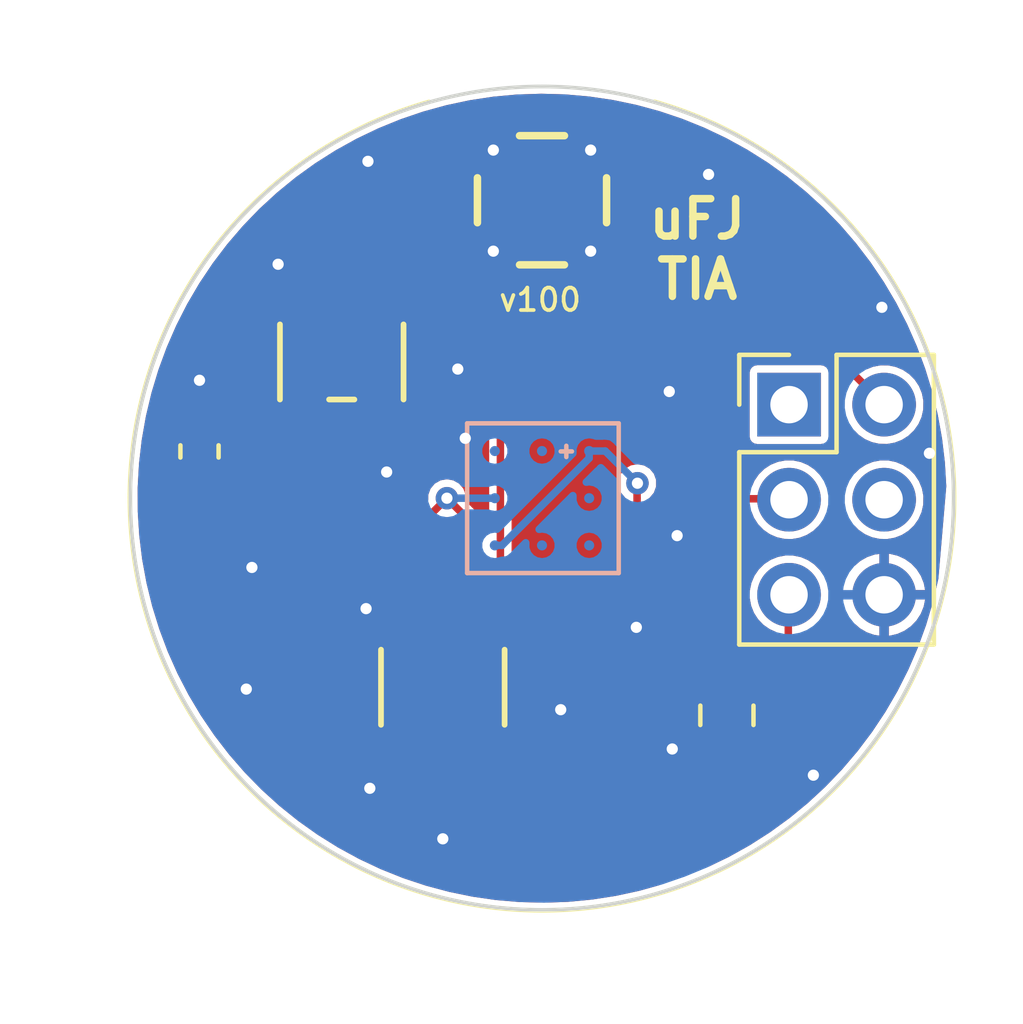
<source format=kicad_pcb>
(kicad_pcb (version 20190907) (host pcbnew "5.99.0-unknown-4135f0c~100~ubuntu18.04.1")

  (general
    (thickness 1.6)
    (drawings 7)
    (tracks 160)
    (modules 26)
    (nets 15)
  )

  (page "A4")
  (layers
    (0 "F.Cu" signal)
    (31 "B.Cu" signal)
    (32 "B.Adhes" user)
    (33 "F.Adhes" user)
    (34 "B.Paste" user)
    (35 "F.Paste" user)
    (36 "B.SilkS" user)
    (37 "F.SilkS" user)
    (38 "B.Mask" user)
    (39 "F.Mask" user)
    (40 "Dwgs.User" user)
    (41 "Cmts.User" user)
    (42 "Eco1.User" user)
    (43 "Eco2.User" user)
    (44 "Edge.Cuts" user)
    (45 "Margin" user)
    (46 "B.CrtYd" user hide)
    (47 "F.CrtYd" user hide)
    (48 "B.Fab" user)
    (49 "F.Fab" user hide)
  )

  (setup
    (last_trace_width 0.2)
    (user_trace_width 0.2)
    (user_trace_width 0.25)
    (user_trace_width 0.5)
    (trace_clearance 0.2)
    (zone_clearance 0.2)
    (zone_45_only no)
    (trace_min 0.2)
    (via_size 0.6)
    (via_drill 0.3)
    (via_min_size 0.4)
    (via_min_drill 0.3)
    (uvia_size 0.3)
    (uvia_drill 0.1)
    (uvias_allowed no)
    (uvia_min_size 0.2)
    (uvia_min_drill 0.1)
    (max_error 0.005)
    (defaults
      (edge_clearance 0.01)
      (edge_cuts_line_width 0.05)
      (courtyard_line_width 0.05)
      (copper_line_width 0.2)
      (copper_text_dims (size 1.5 1.5) (thickness 0.3))
      (silk_line_width 0.12)
      (silk_text_dims (size 1 1) (thickness 0.15))
      (other_layers_line_width 0.1)
      (other_layers_text_dims (size 1 1) (thickness 0.15))
    )
    (pad_size 1 1)
    (pad_drill 0.45)
    (pad_to_mask_clearance 0)
    (solder_mask_min_width 0.25)
    (aux_axis_origin 0 0)
    (visible_elements FFFFFF7F)
    (pcbplotparams
      (layerselection 0x010fc_ffffffff)
      (usegerberextensions false)
      (usegerberattributes false)
      (usegerberadvancedattributes false)
      (creategerberjobfile false)
      (excludeedgelayer true)
      (linewidth 0.100000)
      (plotframeref false)
      (viasonmask false)
      (mode 1)
      (useauxorigin false)
      (hpglpennumber 1)
      (hpglpenspeed 20)
      (hpglpendiameter 15.000000)
      (psnegative false)
      (psa4output false)
      (plotreference true)
      (plotvalue true)
      (plotinvisibletext false)
      (padsonsilk false)
      (subtractmaskfromsilk false)
      (outputformat 1)
      (mirror false)
      (drillshape 0)
      (scaleselection 1)
      (outputdirectory "../manufacturing/gerber/")
    )
  )

  (net 0 "")
  (net 1 "GND")
  (net 2 "/VBiasFilt")
  (net 3 "Net-(C2-Pad2)")
  (net 4 "Net-(C2-Pad1)")
  (net 5 "Net-(C3-Pad1)")
  (net 6 "VDDA")
  (net 7 "VSSA")
  (net 8 "/OUT")
  (net 9 "Net-(R1-Pad1)")
  (net 10 "Net-(R23-Pad2)")
  (net 11 "Net-(L1-Pad1)")
  (net 12 "Net-(R20-Pad1)")
  (net 13 "Net-(C7-Pad1)")
  (net 14 "+VDC")

  (net_class "Default" "This is the default net class."
    (clearance 0.2)
    (trace_width 0.2)
    (via_dia 0.6)
    (via_drill 0.3)
    (uvia_dia 0.3)
    (uvia_drill 0.1)
    (add_net "+VDC")
    (add_net "/OUT")
    (add_net "/VBiasFilt")
    (add_net "GND")
    (add_net "Net-(C2-Pad1)")
    (add_net "Net-(C2-Pad2)")
    (add_net "Net-(C3-Pad1)")
    (add_net "Net-(C7-Pad1)")
    (add_net "Net-(L1-Pad1)")
    (add_net "Net-(R1-Pad1)")
    (add_net "Net-(R20-Pad1)")
    (add_net "Net-(R23-Pad2)")
    (add_net "VDDA")
    (add_net "VSSA")
  )

  (module "footprints:R_0402_1005Metric" (layer "F.Cu") (tedit 5DB9F04F) (tstamp 5DB9CAE1)
    (at 194.3 99.65 90)
    (descr "Resistor SMD 0402 (1005 Metric), square (rectangular) end terminal, IPC_7351 nominal, (Body size source: http://www.tortai-tech.com/upload/download/2011102023233369053.pdf), generated with kicad-footprint-generator")
    (tags "resistor")
    (path "/5DBFFA95")
    (attr smd)
    (fp_text reference "R23" (at 0 -1.17 90) (layer "F.SilkS") hide
      (effects (font (size 1 1) (thickness 0.15)))
    )
    (fp_text value "220" (at 0 1.17 90) (layer "F.Fab") hide
      (effects (font (size 1 1) (thickness 0.15)))
    )
    (fp_line (start -0.5 0.25) (end -0.5 -0.25) (layer "F.Fab") (width 0.1))
    (fp_line (start -0.5 -0.25) (end 0.5 -0.25) (layer "F.Fab") (width 0.1))
    (fp_line (start 0.5 -0.25) (end 0.5 0.25) (layer "F.Fab") (width 0.1))
    (fp_line (start 0.5 0.25) (end -0.5 0.25) (layer "F.Fab") (width 0.1))
    (fp_line (start -0.93 0.47) (end -0.93 -0.47) (layer "F.CrtYd") (width 0.05))
    (fp_line (start -0.93 -0.47) (end 0.93 -0.47) (layer "F.CrtYd") (width 0.05))
    (fp_line (start 0.93 -0.47) (end 0.93 0.47) (layer "F.CrtYd") (width 0.05))
    (fp_line (start 0.93 0.47) (end -0.93 0.47) (layer "F.CrtYd") (width 0.05))
    (fp_text user "%R" (at 0 0 90) (layer "F.Fab") hide
      (effects (font (size 0.25 0.25) (thickness 0.04)))
    )
    (pad "2" smd roundrect (at 0.485 0 90) (size 0.59 0.64) (layers "F.Cu" "F.Paste" "F.Mask") (roundrect_rratio 0.25)
      (net 10 "Net-(R23-Pad2)"))
    (pad "1" smd roundrect (at -0.485 0 90) (size 0.59 0.64) (layers "F.Cu" "F.Paste" "F.Mask") (roundrect_rratio 0.25)
      (net 3 "Net-(C2-Pad2)"))
    (model "${KIPRJMOD}/step/R_0402_1005Metric.step"
      (at (xyz 0 0 0))
      (scale (xyz 1 1 1))
      (rotate (xyz 0 0 0))
    )
  )

  (module "footprints:R_0402_1005Metric" (layer "F.Cu") (tedit 5DB9F04F) (tstamp 5DB9CAD2)
    (at 192.4 97.95 90)
    (descr "Resistor SMD 0402 (1005 Metric), square (rectangular) end terminal, IPC_7351 nominal, (Body size source: http://www.tortai-tech.com/upload/download/2011102023233369053.pdf), generated with kicad-footprint-generator")
    (tags "resistor")
    (path "/5DC3EC05")
    (attr smd)
    (fp_text reference "R21" (at 0 -1.17 90) (layer "F.SilkS") hide
      (effects (font (size 1 1) (thickness 0.15)))
    )
    (fp_text value "422" (at 0 1.17 90) (layer "F.Fab") hide
      (effects (font (size 1 1) (thickness 0.15)))
    )
    (fp_line (start -0.5 0.25) (end -0.5 -0.25) (layer "F.Fab") (width 0.1))
    (fp_line (start -0.5 -0.25) (end 0.5 -0.25) (layer "F.Fab") (width 0.1))
    (fp_line (start 0.5 -0.25) (end 0.5 0.25) (layer "F.Fab") (width 0.1))
    (fp_line (start 0.5 0.25) (end -0.5 0.25) (layer "F.Fab") (width 0.1))
    (fp_line (start -0.93 0.47) (end -0.93 -0.47) (layer "F.CrtYd") (width 0.05))
    (fp_line (start -0.93 -0.47) (end 0.93 -0.47) (layer "F.CrtYd") (width 0.05))
    (fp_line (start 0.93 -0.47) (end 0.93 0.47) (layer "F.CrtYd") (width 0.05))
    (fp_line (start 0.93 0.47) (end -0.93 0.47) (layer "F.CrtYd") (width 0.05))
    (fp_text user "%R" (at 0 0 90) (layer "F.Fab") hide
      (effects (font (size 0.25 0.25) (thickness 0.04)))
    )
    (pad "2" smd roundrect (at 0.485 0 90) (size 0.59 0.64) (layers "F.Cu" "F.Paste" "F.Mask") (roundrect_rratio 0.25)
      (net 12 "Net-(R20-Pad1)"))
    (pad "1" smd roundrect (at -0.485 0 90) (size 0.59 0.64) (layers "F.Cu" "F.Paste" "F.Mask") (roundrect_rratio 0.25)
      (net 1 "GND"))
    (model "${KIPRJMOD}/step/R_0402_1005Metric.step"
      (at (xyz 0 0 0))
      (scale (xyz 1 1 1))
      (rotate (xyz 0 0 0))
    )
  )

  (module "footprints:R_0402_1005Metric" (layer "F.Cu") (tedit 5DB9F04F) (tstamp 5DBA1437)
    (at 192.4 95.25 90)
    (descr "Resistor SMD 0402 (1005 Metric), square (rectangular) end terminal, IPC_7351 nominal, (Body size source: http://www.tortai-tech.com/upload/download/2011102023233369053.pdf), generated with kicad-footprint-generator")
    (tags "resistor")
    (path "/5DC3EBFF")
    (attr smd)
    (fp_text reference "R20" (at 0 -1.17 90) (layer "F.SilkS") hide
      (effects (font (size 1 1) (thickness 0.15)))
    )
    (fp_text value "422" (at 0 1.17 90) (layer "F.Fab") hide
      (effects (font (size 1 1) (thickness 0.15)))
    )
    (fp_line (start -0.5 0.25) (end -0.5 -0.25) (layer "F.Fab") (width 0.1))
    (fp_line (start -0.5 -0.25) (end 0.5 -0.25) (layer "F.Fab") (width 0.1))
    (fp_line (start 0.5 -0.25) (end 0.5 0.25) (layer "F.Fab") (width 0.1))
    (fp_line (start 0.5 0.25) (end -0.5 0.25) (layer "F.Fab") (width 0.1))
    (fp_line (start -0.93 0.47) (end -0.93 -0.47) (layer "F.CrtYd") (width 0.05))
    (fp_line (start -0.93 -0.47) (end 0.93 -0.47) (layer "F.CrtYd") (width 0.05))
    (fp_line (start 0.93 -0.47) (end 0.93 0.47) (layer "F.CrtYd") (width 0.05))
    (fp_line (start 0.93 0.47) (end -0.93 0.47) (layer "F.CrtYd") (width 0.05))
    (fp_text user "%R" (at 0 0 90) (layer "F.Fab") hide
      (effects (font (size 0.25 0.25) (thickness 0.04)))
    )
    (pad "2" smd roundrect (at 0.485 0 90) (size 0.59 0.64) (layers "F.Cu" "F.Paste" "F.Mask") (roundrect_rratio 0.25)
      (net 9 "Net-(R1-Pad1)"))
    (pad "1" smd roundrect (at -0.485 0 90) (size 0.59 0.64) (layers "F.Cu" "F.Paste" "F.Mask") (roundrect_rratio 0.25)
      (net 12 "Net-(R20-Pad1)"))
    (model "${KIPRJMOD}/step/R_0402_1005Metric.step"
      (at (xyz 0 0 0))
      (scale (xyz 1 1 1))
      (rotate (xyz 0 0 0))
    )
  )

  (module "footprints:R_0402_1005Metric" (layer "F.Cu") (tedit 5DB9F04F) (tstamp 5DB9CAB4)
    (at 204.59 102.99 90)
    (descr "Resistor SMD 0402 (1005 Metric), square (rectangular) end terminal, IPC_7351 nominal, (Body size source: http://www.tortai-tech.com/upload/download/2011102023233369053.pdf), generated with kicad-footprint-generator")
    (tags "resistor")
    (path "/5DBC3104")
    (attr smd)
    (fp_text reference "R11" (at 0 -1.17 90) (layer "F.SilkS") hide
      (effects (font (size 1 1) (thickness 0.15)))
    )
    (fp_text value "36" (at 0 1.17 90) (layer "F.Fab") hide
      (effects (font (size 1 1) (thickness 0.15)))
    )
    (fp_line (start -0.5 0.25) (end -0.5 -0.25) (layer "F.Fab") (width 0.1))
    (fp_line (start -0.5 -0.25) (end 0.5 -0.25) (layer "F.Fab") (width 0.1))
    (fp_line (start 0.5 -0.25) (end 0.5 0.25) (layer "F.Fab") (width 0.1))
    (fp_line (start 0.5 0.25) (end -0.5 0.25) (layer "F.Fab") (width 0.1))
    (fp_line (start -0.93 0.47) (end -0.93 -0.47) (layer "F.CrtYd") (width 0.05))
    (fp_line (start -0.93 -0.47) (end 0.93 -0.47) (layer "F.CrtYd") (width 0.05))
    (fp_line (start 0.93 -0.47) (end 0.93 0.47) (layer "F.CrtYd") (width 0.05))
    (fp_line (start 0.93 0.47) (end -0.93 0.47) (layer "F.CrtYd") (width 0.05))
    (fp_text user "%R" (at 0 0 90) (layer "F.Fab") hide
      (effects (font (size 0.25 0.25) (thickness 0.04)))
    )
    (pad "2" smd roundrect (at 0.485 0 90) (size 0.59 0.64) (layers "F.Cu" "F.Paste" "F.Mask") (roundrect_rratio 0.25)
      (net 2 "/VBiasFilt"))
    (pad "1" smd roundrect (at -0.485 0 90) (size 0.59 0.64) (layers "F.Cu" "F.Paste" "F.Mask") (roundrect_rratio 0.25)
      (net 5 "Net-(C3-Pad1)"))
    (model "${KIPRJMOD}/step/R_0402_1005Metric.step"
      (at (xyz 0 0 0))
      (scale (xyz 1 1 1))
      (rotate (xyz 0 0 0))
    )
  )

  (module "footprints:R_0402_1005Metric" (layer "F.Cu") (tedit 5DB9F04F) (tstamp 5DB9CAA5)
    (at 192.75 99.55)
    (descr "Resistor SMD 0402 (1005 Metric), square (rectangular) end terminal, IPC_7351 nominal, (Body size source: http://www.tortai-tech.com/upload/download/2011102023233369053.pdf), generated with kicad-footprint-generator")
    (tags "resistor")
    (path "/5DC01001")
    (attr smd)
    (fp_text reference "R5" (at 0 -1.17) (layer "F.SilkS") hide
      (effects (font (size 1 1) (thickness 0.15)))
    )
    (fp_text value "28" (at 0 1.17) (layer "F.Fab") hide
      (effects (font (size 1 1) (thickness 0.15)))
    )
    (fp_line (start -0.5 0.25) (end -0.5 -0.25) (layer "F.Fab") (width 0.1))
    (fp_line (start -0.5 -0.25) (end 0.5 -0.25) (layer "F.Fab") (width 0.1))
    (fp_line (start 0.5 -0.25) (end 0.5 0.25) (layer "F.Fab") (width 0.1))
    (fp_line (start 0.5 0.25) (end -0.5 0.25) (layer "F.Fab") (width 0.1))
    (fp_line (start -0.93 0.47) (end -0.93 -0.47) (layer "F.CrtYd") (width 0.05))
    (fp_line (start -0.93 -0.47) (end 0.93 -0.47) (layer "F.CrtYd") (width 0.05))
    (fp_line (start 0.93 -0.47) (end 0.93 0.47) (layer "F.CrtYd") (width 0.05))
    (fp_line (start 0.93 0.47) (end -0.93 0.47) (layer "F.CrtYd") (width 0.05))
    (fp_text user "%R" (at 0 0) (layer "F.Fab") hide
      (effects (font (size 0.25 0.25) (thickness 0.04)))
    )
    (pad "2" smd roundrect (at 0.485 0) (size 0.59 0.64) (layers "F.Cu" "F.Paste" "F.Mask") (roundrect_rratio 0.25)
      (net 10 "Net-(R23-Pad2)"))
    (pad "1" smd roundrect (at -0.485 0) (size 0.59 0.64) (layers "F.Cu" "F.Paste" "F.Mask") (roundrect_rratio 0.25)
      (net 11 "Net-(L1-Pad1)"))
    (model "${KIPRJMOD}/step/R_0402_1005Metric.step"
      (at (xyz 0 0 0))
      (scale (xyz 1 1 1))
      (rotate (xyz 0 0 0))
    )
  )

  (module "footprints:R_0402_1005Metric" (layer "F.Cu") (tedit 5DB9F04F) (tstamp 5DB9CA96)
    (at 206.58 105.16 -90)
    (descr "Resistor SMD 0402 (1005 Metric), square (rectangular) end terminal, IPC_7351 nominal, (Body size source: http://www.tortai-tech.com/upload/download/2011102023233369053.pdf), generated with kicad-footprint-generator")
    (tags "resistor")
    (path "/5DBC2945")
    (attr smd)
    (fp_text reference "R4" (at 0 -1.17 90) (layer "F.SilkS") hide
      (effects (font (size 1 1) (thickness 0.15)))
    )
    (fp_text value "36" (at 0 1.17 90) (layer "F.Fab") hide
      (effects (font (size 1 1) (thickness 0.15)))
    )
    (fp_line (start -0.5 0.25) (end -0.5 -0.25) (layer "F.Fab") (width 0.1))
    (fp_line (start -0.5 -0.25) (end 0.5 -0.25) (layer "F.Fab") (width 0.1))
    (fp_line (start 0.5 -0.25) (end 0.5 0.25) (layer "F.Fab") (width 0.1))
    (fp_line (start 0.5 0.25) (end -0.5 0.25) (layer "F.Fab") (width 0.1))
    (fp_line (start -0.93 0.47) (end -0.93 -0.47) (layer "F.CrtYd") (width 0.05))
    (fp_line (start -0.93 -0.47) (end 0.93 -0.47) (layer "F.CrtYd") (width 0.05))
    (fp_line (start 0.93 -0.47) (end 0.93 0.47) (layer "F.CrtYd") (width 0.05))
    (fp_line (start 0.93 0.47) (end -0.93 0.47) (layer "F.CrtYd") (width 0.05))
    (fp_text user "%R" (at 0 0 90) (layer "F.Fab") hide
      (effects (font (size 0.25 0.25) (thickness 0.04)))
    )
    (pad "2" smd roundrect (at 0.485 0 270) (size 0.59 0.64) (layers "F.Cu" "F.Paste" "F.Mask") (roundrect_rratio 0.25)
      (net 5 "Net-(C3-Pad1)"))
    (pad "1" smd roundrect (at -0.485 0 270) (size 0.59 0.64) (layers "F.Cu" "F.Paste" "F.Mask") (roundrect_rratio 0.25)
      (net 14 "+VDC"))
    (model "${KIPRJMOD}/step/R_0402_1005Metric.step"
      (at (xyz 0 0 0))
      (scale (xyz 1 1 1))
      (rotate (xyz 0 0 0))
    )
  )

  (module "footprints:R_0402_1005Metric" (layer "F.Cu") (tedit 5DB9F04F) (tstamp 5DB9CA87)
    (at 200.55 108.6 90)
    (descr "Resistor SMD 0402 (1005 Metric), square (rectangular) end terminal, IPC_7351 nominal, (Body size source: http://www.tortai-tech.com/upload/download/2011102023233369053.pdf), generated with kicad-footprint-generator")
    (tags "resistor")
    (path "/5DBE81D1")
    (attr smd)
    (fp_text reference "R3" (at 0 -1.17 90) (layer "F.SilkS") hide
      (effects (font (size 1 1) (thickness 0.15)))
    )
    (fp_text value "1.5k" (at 0 1.17 90) (layer "F.Fab") hide
      (effects (font (size 1 1) (thickness 0.15)))
    )
    (fp_line (start -0.5 0.25) (end -0.5 -0.25) (layer "F.Fab") (width 0.1))
    (fp_line (start -0.5 -0.25) (end 0.5 -0.25) (layer "F.Fab") (width 0.1))
    (fp_line (start 0.5 -0.25) (end 0.5 0.25) (layer "F.Fab") (width 0.1))
    (fp_line (start 0.5 0.25) (end -0.5 0.25) (layer "F.Fab") (width 0.1))
    (fp_line (start -0.93 0.47) (end -0.93 -0.47) (layer "F.CrtYd") (width 0.05))
    (fp_line (start -0.93 -0.47) (end 0.93 -0.47) (layer "F.CrtYd") (width 0.05))
    (fp_line (start 0.93 -0.47) (end 0.93 0.47) (layer "F.CrtYd") (width 0.05))
    (fp_line (start 0.93 0.47) (end -0.93 0.47) (layer "F.CrtYd") (width 0.05))
    (fp_text user "%R" (at 0 0 90) (layer "F.Fab") hide
      (effects (font (size 0.25 0.25) (thickness 0.04)))
    )
    (pad "2" smd roundrect (at 0.485 0 90) (size 0.59 0.64) (layers "F.Cu" "F.Paste" "F.Mask") (roundrect_rratio 0.25)
      (net 13 "Net-(C7-Pad1)"))
    (pad "1" smd roundrect (at -0.485 0 90) (size 0.59 0.64) (layers "F.Cu" "F.Paste" "F.Mask") (roundrect_rratio 0.25)
      (net 1 "GND"))
    (model "${KIPRJMOD}/step/R_0402_1005Metric.step"
      (at (xyz 0 0 0))
      (scale (xyz 1 1 1))
      (rotate (xyz 0 0 0))
    )
  )

  (module "footprints:R_0402_1005Metric" (layer "F.Cu") (tedit 5DB9F04F) (tstamp 5DB9CA78)
    (at 195.665 102.05 180)
    (descr "Resistor SMD 0402 (1005 Metric), square (rectangular) end terminal, IPC_7351 nominal, (Body size source: http://www.tortai-tech.com/upload/download/2011102023233369053.pdf), generated with kicad-footprint-generator")
    (tags "resistor")
    (path "/5DBD7F8F")
    (attr smd)
    (fp_text reference "R2" (at 0 -1.17) (layer "F.SilkS") hide
      (effects (font (size 1 1) (thickness 0.15)))
    )
    (fp_text value "1.5k" (at 0 1.17) (layer "F.Fab") hide
      (effects (font (size 1 1) (thickness 0.15)))
    )
    (fp_line (start -0.5 0.25) (end -0.5 -0.25) (layer "F.Fab") (width 0.1))
    (fp_line (start -0.5 -0.25) (end 0.5 -0.25) (layer "F.Fab") (width 0.1))
    (fp_line (start 0.5 -0.25) (end 0.5 0.25) (layer "F.Fab") (width 0.1))
    (fp_line (start 0.5 0.25) (end -0.5 0.25) (layer "F.Fab") (width 0.1))
    (fp_line (start -0.93 0.47) (end -0.93 -0.47) (layer "F.CrtYd") (width 0.05))
    (fp_line (start -0.93 -0.47) (end 0.93 -0.47) (layer "F.CrtYd") (width 0.05))
    (fp_line (start 0.93 -0.47) (end 0.93 0.47) (layer "F.CrtYd") (width 0.05))
    (fp_line (start 0.93 0.47) (end -0.93 0.47) (layer "F.CrtYd") (width 0.05))
    (fp_text user "%R" (at 0 0) (layer "F.Fab") hide
      (effects (font (size 0.25 0.25) (thickness 0.04)))
    )
    (pad "2" smd roundrect (at 0.485 0 180) (size 0.59 0.64) (layers "F.Cu" "F.Paste" "F.Mask") (roundrect_rratio 0.25)
      (net 3 "Net-(C2-Pad2)"))
    (pad "1" smd roundrect (at -0.485 0 180) (size 0.59 0.64) (layers "F.Cu" "F.Paste" "F.Mask") (roundrect_rratio 0.25)
      (net 4 "Net-(C2-Pad1)"))
    (model "${KIPRJMOD}/step/R_0402_1005Metric.step"
      (at (xyz 0 0 0))
      (scale (xyz 1 1 1))
      (rotate (xyz 0 0 0))
    )
  )

  (module "footprints:R_0402_1005Metric" (layer "F.Cu") (tedit 5DB9F04F) (tstamp 5DB9CA69)
    (at 196.45 93 90)
    (descr "Resistor SMD 0402 (1005 Metric), square (rectangular) end terminal, IPC_7351 nominal, (Body size source: http://www.tortai-tech.com/upload/download/2011102023233369053.pdf), generated with kicad-footprint-generator")
    (tags "resistor")
    (path "/5DC497F6")
    (attr smd)
    (fp_text reference "R1" (at 0 -1.17 90) (layer "F.SilkS") hide
      (effects (font (size 1 1) (thickness 0.15)))
    )
    (fp_text value "49.9" (at 0 1.17 90) (layer "F.Fab") hide
      (effects (font (size 1 1) (thickness 0.15)))
    )
    (fp_line (start -0.5 0.25) (end -0.5 -0.25) (layer "F.Fab") (width 0.1))
    (fp_line (start -0.5 -0.25) (end 0.5 -0.25) (layer "F.Fab") (width 0.1))
    (fp_line (start 0.5 -0.25) (end 0.5 0.25) (layer "F.Fab") (width 0.1))
    (fp_line (start 0.5 0.25) (end -0.5 0.25) (layer "F.Fab") (width 0.1))
    (fp_line (start -0.93 0.47) (end -0.93 -0.47) (layer "F.CrtYd") (width 0.05))
    (fp_line (start -0.93 -0.47) (end 0.93 -0.47) (layer "F.CrtYd") (width 0.05))
    (fp_line (start 0.93 -0.47) (end 0.93 0.47) (layer "F.CrtYd") (width 0.05))
    (fp_line (start 0.93 0.47) (end -0.93 0.47) (layer "F.CrtYd") (width 0.05))
    (fp_text user "%R" (at 0 0 90) (layer "F.Fab") hide
      (effects (font (size 0.25 0.25) (thickness 0.04)))
    )
    (pad "2" smd roundrect (at 0.485 0 90) (size 0.59 0.64) (layers "F.Cu" "F.Paste" "F.Mask") (roundrect_rratio 0.25)
      (net 8 "/OUT"))
    (pad "1" smd roundrect (at -0.485 0 90) (size 0.59 0.64) (layers "F.Cu" "F.Paste" "F.Mask") (roundrect_rratio 0.25)
      (net 9 "Net-(R1-Pad1)"))
    (model "${KIPRJMOD}/step/R_0402_1005Metric.step"
      (at (xyz 0 0 0))
      (scale (xyz 1 1 1))
      (rotate (xyz 0 0 0))
    )
  )

  (module "footprints:73415-2063" (layer "F.Cu") (tedit 5DB9E5D5) (tstamp 5DB9E96C)
    (at 200 92.04)
    (descr "73415-2063")
    (tags "Connector")
    (path "/5DB9EB58")
    (attr smd)
    (fp_text reference "P1" (at -0.365 -1.136) (layer "F.SilkS") hide
      (effects (font (size 1.27 1.27) (thickness 0.254)))
    )
    (fp_text value "73415-2061" (at -0.365 -1.136) (layer "F.SilkS") hide
      (effects (font (size 1.27 1.27) (thickness 0.254)))
    )
    (fp_text user "%R" (at -0.365 -1.136) (layer "F.Fab") hide
      (effects (font (size 1.27 1.27) (thickness 0.254)))
    )
    (fp_line (start -1.725 -1.725) (end 1.725 -1.725) (layer "F.Fab") (width 0.2))
    (fp_line (start 1.725 -1.725) (end 1.725 1.725) (layer "F.Fab") (width 0.2))
    (fp_line (start 1.725 1.725) (end -1.725 1.725) (layer "F.Fab") (width 0.2))
    (fp_line (start -1.725 1.725) (end -1.725 -1.725) (layer "F.Fab") (width 0.2))
    (fp_line (start -1.725 -0.6) (end -1.725 0.6) (layer "F.SilkS") (width 0.2))
    (fp_line (start -0.6 1.725) (end 0.6 1.725) (layer "F.SilkS") (width 0.2))
    (fp_line (start 1.725 -0.6) (end 1.725 0.6) (layer "F.SilkS") (width 0.2))
    (fp_line (start -0.6 -1.725) (end 0.6 -1.725) (layer "F.SilkS") (width 0.2))
    (pad "5" smd rect (at -1.32 -1.32 90) (size 0.94 0.94) (layers "F.Cu" "F.Paste" "F.Mask")
      (net 1 "GND"))
    (pad "4" smd rect (at 1.32 -1.32 90) (size 0.94 0.94) (layers "F.Cu" "F.Paste" "F.Mask")
      (net 1 "GND"))
    (pad "3" smd rect (at 1.32 1.32 90) (size 0.94 0.94) (layers "F.Cu" "F.Paste" "F.Mask")
      (net 1 "GND"))
    (pad "2" smd rect (at -1.32 1.32 90) (size 0.94 0.94) (layers "F.Cu" "F.Paste" "F.Mask")
      (net 1 "GND"))
    (pad "1" smd circle (at 0 0 90) (size 0.94 0.94) (layers "F.Cu" "F.Paste" "F.Mask")
      (net 8 "/OUT"))
    (model "${KIPRJMOD}/step/73415-2061.stp"
      (offset (xyz 0 0 5))
      (scale (xyz 1 1 1))
      (rotate (xyz 0 0 0))
    )
  )

  (module "footprints:MICROFJ-30035-TSV" (layer "B.Cu") (tedit 5DBC4A55) (tstamp 5DB9D8FB)
    (at 200 100)
    (path "/5DBBFA2E")
    (fp_text reference "D1" (at 0 3.68 unlocked) (layer "B.SilkS") hide
      (effects (font (size 1 1) (thickness 0.15)) (justify mirror))
    )
    (fp_text value "SIPM" (at 0.13 3.74 unlocked) (layer "B.Fab") hide
      (effects (font (size 1 1) (thickness 0.15)) (justify mirror))
    )
    (fp_line (start -2 -2) (end -2 2) (layer "B.SilkS") (width 0.12))
    (fp_line (start 2.05 -2) (end -2 -2) (layer "B.SilkS") (width 0.12))
    (fp_line (start 2.05 2) (end 2.05 -2) (layer "B.SilkS") (width 0.12))
    (fp_line (start -2 2) (end 2.05 2) (layer "B.SilkS") (width 0.12))
    (fp_line (start 0.5 -1.25) (end 0.8 -1.25) (layer "B.SilkS") (width 0.12))
    (fp_line (start 0.65 -1.1) (end 0.65 -1.4) (layer "B.SilkS") (width 0.12))
    (pad "C3" smd circle (at 1.26 -1.26) (size 0.27 0.27) (layers "B.Cu" "B.Paste" "B.Mask")
      (net 2 "/VBiasFilt") (solder_mask_margin 0.1) (clearance 0.1))
    (pad "B3" smd circle (at 1.26 0) (size 0.27 0.27) (layers "B.Cu" "B.Paste" "B.Mask")
      (solder_mask_margin 0.1) (clearance 0.1))
    (pad "A3" smd circle (at 1.26 1.26) (size 0.27 0.27) (layers "B.Cu" "B.Paste" "B.Mask")
      (solder_mask_margin 0.1) (clearance 0.1))
    (pad "C2" smd circle (at 0 -1.26) (size 0.27 0.27) (layers "B.Cu" "B.Paste" "B.Mask")
      (solder_mask_margin 0.1) (clearance 0.1))
    (pad "C1" smd circle (at -1.26 -1.26) (size 0.27 0.27) (layers "B.Cu" "B.Paste" "B.Mask")
      (solder_mask_margin 0.1) (clearance 0.1))
    (pad "B1" smd circle (at -1.26 0) (size 0.27 0.27) (layers "B.Cu" "B.Paste" "B.Mask")
      (net 4 "Net-(C2-Pad1)") (solder_mask_margin 0.1) (clearance 0.1))
    (pad "A2" smd circle (at 0 1.26) (size 0.27 0.27) (layers "B.Cu" "B.Paste" "B.Mask")
      (solder_mask_margin 0.1) (clearance 0.1))
    (pad "A1" smd circle (at -1.26 1.26) (size 0.27 0.27) (layers "B.Cu" "B.Paste" "B.Mask")
      (net 2 "/VBiasFilt") (solder_mask_margin 0.1) (clearance 0.1))
  )

  (module "footprints:C_0402_1005Metric" (layer "F.Cu") (tedit 5DB9F01B) (tstamp 5DB9CA3F)
    (at 197 97 90)
    (descr "Capacitor SMD 0402 (1005 Metric), square (rectangular) end terminal, IPC_7351 nominal, (Body size source: http://www.tortai-tech.com/upload/download/2011102023233369053.pdf), generated with kicad-footprint-generator")
    (tags "capacitor")
    (path "/5DC38A77")
    (attr smd)
    (fp_text reference "C21" (at 0 -1.17 90) (layer "F.SilkS") hide
      (effects (font (size 1 1) (thickness 0.15)))
    )
    (fp_text value "0.1u" (at 0 1.17 90) (layer "F.Fab") hide
      (effects (font (size 1 1) (thickness 0.15)))
    )
    (fp_text user "%R" (at 0 0 90) (layer "F.Fab") hide
      (effects (font (size 0.25 0.25) (thickness 0.04)))
    )
    (fp_line (start 0.93 0.47) (end -0.93 0.47) (layer "F.CrtYd") (width 0.05))
    (fp_line (start 0.93 -0.47) (end 0.93 0.47) (layer "F.CrtYd") (width 0.05))
    (fp_line (start -0.93 -0.47) (end 0.93 -0.47) (layer "F.CrtYd") (width 0.05))
    (fp_line (start -0.93 0.47) (end -0.93 -0.47) (layer "F.CrtYd") (width 0.05))
    (fp_line (start 0.5 0.25) (end -0.5 0.25) (layer "F.Fab") (width 0.1))
    (fp_line (start 0.5 -0.25) (end 0.5 0.25) (layer "F.Fab") (width 0.1))
    (fp_line (start -0.5 -0.25) (end 0.5 -0.25) (layer "F.Fab") (width 0.1))
    (fp_line (start -0.5 0.25) (end -0.5 -0.25) (layer "F.Fab") (width 0.1))
    (pad "1" smd roundrect (at -0.485 0 90) (size 0.59 0.64) (layers "F.Cu" "F.Paste" "F.Mask") (roundrect_rratio 0.25)
      (net 6 "VDDA"))
    (pad "2" smd roundrect (at 0.485 0 90) (size 0.59 0.64) (layers "F.Cu" "F.Paste" "F.Mask") (roundrect_rratio 0.25)
      (net 1 "GND"))
    (model "${KIPRJMOD}/step/C_0402_1005Metric.step"
      (at (xyz 0 0 0))
      (scale (xyz 1 1 1))
      (rotate (xyz 0 0 0))
    )
  )

  (module "footprints:C_0402_1005Metric" (layer "F.Cu") (tedit 5DB9F01B) (tstamp 5DB9CA30)
    (at 194.15 93.5 180)
    (descr "Capacitor SMD 0402 (1005 Metric), square (rectangular) end terminal, IPC_7351 nominal, (Body size source: http://www.tortai-tech.com/upload/download/2011102023233369053.pdf), generated with kicad-footprint-generator")
    (tags "capacitor")
    (path "/5DC38A65")
    (attr smd)
    (fp_text reference "C20" (at 0 -1.17) (layer "F.SilkS") hide
      (effects (font (size 1 1) (thickness 0.15)))
    )
    (fp_text value "0.1u" (at 0 1.17) (layer "F.Fab") hide
      (effects (font (size 1 1) (thickness 0.15)))
    )
    (fp_text user "%R" (at 0 0) (layer "F.Fab") hide
      (effects (font (size 0.25 0.25) (thickness 0.04)))
    )
    (fp_line (start 0.93 0.47) (end -0.93 0.47) (layer "F.CrtYd") (width 0.05))
    (fp_line (start 0.93 -0.47) (end 0.93 0.47) (layer "F.CrtYd") (width 0.05))
    (fp_line (start -0.93 -0.47) (end 0.93 -0.47) (layer "F.CrtYd") (width 0.05))
    (fp_line (start -0.93 0.47) (end -0.93 -0.47) (layer "F.CrtYd") (width 0.05))
    (fp_line (start 0.5 0.25) (end -0.5 0.25) (layer "F.Fab") (width 0.1))
    (fp_line (start 0.5 -0.25) (end 0.5 0.25) (layer "F.Fab") (width 0.1))
    (fp_line (start -0.5 -0.25) (end 0.5 -0.25) (layer "F.Fab") (width 0.1))
    (fp_line (start -0.5 0.25) (end -0.5 -0.25) (layer "F.Fab") (width 0.1))
    (pad "1" smd roundrect (at -0.485 0 180) (size 0.59 0.64) (layers "F.Cu" "F.Paste" "F.Mask") (roundrect_rratio 0.25)
      (net 7 "VSSA"))
    (pad "2" smd roundrect (at 0.485 0 180) (size 0.59 0.64) (layers "F.Cu" "F.Paste" "F.Mask") (roundrect_rratio 0.25)
      (net 1 "GND"))
    (model "${KIPRJMOD}/step/C_0402_1005Metric.step"
      (at (xyz 0 0 0))
      (scale (xyz 1 1 1))
      (rotate (xyz 0 0 0))
    )
  )

  (module "footprints:C_0402_1005Metric" (layer "F.Cu") (tedit 5DB9F01B) (tstamp 5DB9CA21)
    (at 208.1 94.9 90)
    (descr "Capacitor SMD 0402 (1005 Metric), square (rectangular) end terminal, IPC_7351 nominal, (Body size source: http://www.tortai-tech.com/upload/download/2011102023233369053.pdf), generated with kicad-footprint-generator")
    (tags "capacitor")
    (path "/5DBE252A")
    (attr smd)
    (fp_text reference "C10" (at 0 -1.17 90) (layer "F.SilkS") hide
      (effects (font (size 1 1) (thickness 0.15)))
    )
    (fp_text value "4.7u" (at 0 1.17 90) (layer "F.Fab") hide
      (effects (font (size 1 1) (thickness 0.15)))
    )
    (fp_text user "%R" (at 0 0 90) (layer "F.Fab") hide
      (effects (font (size 0.25 0.25) (thickness 0.04)))
    )
    (fp_line (start 0.93 0.47) (end -0.93 0.47) (layer "F.CrtYd") (width 0.05))
    (fp_line (start 0.93 -0.47) (end 0.93 0.47) (layer "F.CrtYd") (width 0.05))
    (fp_line (start -0.93 -0.47) (end 0.93 -0.47) (layer "F.CrtYd") (width 0.05))
    (fp_line (start -0.93 0.47) (end -0.93 -0.47) (layer "F.CrtYd") (width 0.05))
    (fp_line (start 0.5 0.25) (end -0.5 0.25) (layer "F.Fab") (width 0.1))
    (fp_line (start 0.5 -0.25) (end 0.5 0.25) (layer "F.Fab") (width 0.1))
    (fp_line (start -0.5 -0.25) (end 0.5 -0.25) (layer "F.Fab") (width 0.1))
    (fp_line (start -0.5 0.25) (end -0.5 -0.25) (layer "F.Fab") (width 0.1))
    (pad "1" smd roundrect (at -0.485 0 90) (size 0.59 0.64) (layers "F.Cu" "F.Paste" "F.Mask") (roundrect_rratio 0.25)
      (net 7 "VSSA"))
    (pad "2" smd roundrect (at 0.485 0 90) (size 0.59 0.64) (layers "F.Cu" "F.Paste" "F.Mask") (roundrect_rratio 0.25)
      (net 1 "GND"))
    (model "${KIPRJMOD}/step/C_0402_1005Metric.step"
      (at (xyz 0 0 0))
      (scale (xyz 1 1 1))
      (rotate (xyz 0 0 0))
    )
  )

  (module "footprints:C_0402_1005Metric" (layer "F.Cu") (tedit 5DB9F01B) (tstamp 5DB9CA12)
    (at 196.8 107.75 180)
    (descr "Capacitor SMD 0402 (1005 Metric), square (rectangular) end terminal, IPC_7351 nominal, (Body size source: http://www.tortai-tech.com/upload/download/2011102023233369053.pdf), generated with kicad-footprint-generator")
    (tags "capacitor")
    (path "/5DBDC252")
    (attr smd)
    (fp_text reference "C9" (at 0 -1.17) (layer "F.SilkS") hide
      (effects (font (size 1 1) (thickness 0.15)))
    )
    (fp_text value "0.1u" (at 0 1.17) (layer "F.Fab") hide
      (effects (font (size 1 1) (thickness 0.15)))
    )
    (fp_text user "%R" (at 0 0) (layer "F.Fab") hide
      (effects (font (size 0.25 0.25) (thickness 0.04)))
    )
    (fp_line (start 0.93 0.47) (end -0.93 0.47) (layer "F.CrtYd") (width 0.05))
    (fp_line (start 0.93 -0.47) (end 0.93 0.47) (layer "F.CrtYd") (width 0.05))
    (fp_line (start -0.93 -0.47) (end 0.93 -0.47) (layer "F.CrtYd") (width 0.05))
    (fp_line (start -0.93 0.47) (end -0.93 -0.47) (layer "F.CrtYd") (width 0.05))
    (fp_line (start 0.5 0.25) (end -0.5 0.25) (layer "F.Fab") (width 0.1))
    (fp_line (start 0.5 -0.25) (end 0.5 0.25) (layer "F.Fab") (width 0.1))
    (fp_line (start -0.5 -0.25) (end 0.5 -0.25) (layer "F.Fab") (width 0.1))
    (fp_line (start -0.5 0.25) (end -0.5 -0.25) (layer "F.Fab") (width 0.1))
    (pad "1" smd roundrect (at -0.485 0 180) (size 0.59 0.64) (layers "F.Cu" "F.Paste" "F.Mask") (roundrect_rratio 0.25)
      (net 7 "VSSA"))
    (pad "2" smd roundrect (at 0.485 0 180) (size 0.59 0.64) (layers "F.Cu" "F.Paste" "F.Mask") (roundrect_rratio 0.25)
      (net 1 "GND"))
    (model "${KIPRJMOD}/step/C_0402_1005Metric.step"
      (at (xyz 0 0 0))
      (scale (xyz 1 1 1))
      (rotate (xyz 0 0 0))
    )
  )

  (module "footprints:C_0402_1005Metric" (layer "F.Cu") (tedit 5DB9F01B) (tstamp 5DB9CA03)
    (at 199.45 108.6 -90)
    (descr "Capacitor SMD 0402 (1005 Metric), square (rectangular) end terminal, IPC_7351 nominal, (Body size source: http://www.tortai-tech.com/upload/download/2011102023233369053.pdf), generated with kicad-footprint-generator")
    (tags "capacitor")
    (path "/5DBE62E5")
    (attr smd)
    (fp_text reference "C8" (at 0 -1.17 90) (layer "F.SilkS") hide
      (effects (font (size 1 1) (thickness 0.15)))
    )
    (fp_text value "100p" (at 0 1.17 90) (layer "F.Fab") hide
      (effects (font (size 1 1) (thickness 0.15)))
    )
    (fp_text user "%R" (at 0 0 90) (layer "F.Fab") hide
      (effects (font (size 0.25 0.25) (thickness 0.04)))
    )
    (fp_line (start 0.93 0.47) (end -0.93 0.47) (layer "F.CrtYd") (width 0.05))
    (fp_line (start 0.93 -0.47) (end 0.93 0.47) (layer "F.CrtYd") (width 0.05))
    (fp_line (start -0.93 -0.47) (end 0.93 -0.47) (layer "F.CrtYd") (width 0.05))
    (fp_line (start -0.93 0.47) (end -0.93 -0.47) (layer "F.CrtYd") (width 0.05))
    (fp_line (start 0.5 0.25) (end -0.5 0.25) (layer "F.Fab") (width 0.1))
    (fp_line (start 0.5 -0.25) (end 0.5 0.25) (layer "F.Fab") (width 0.1))
    (fp_line (start -0.5 -0.25) (end 0.5 -0.25) (layer "F.Fab") (width 0.1))
    (fp_line (start -0.5 0.25) (end -0.5 -0.25) (layer "F.Fab") (width 0.1))
    (pad "1" smd roundrect (at -0.485 0 270) (size 0.59 0.64) (layers "F.Cu" "F.Paste" "F.Mask") (roundrect_rratio 0.25)
      (net 13 "Net-(C7-Pad1)"))
    (pad "2" smd roundrect (at 0.485 0 270) (size 0.59 0.64) (layers "F.Cu" "F.Paste" "F.Mask") (roundrect_rratio 0.25)
      (net 1 "GND"))
    (model "${KIPRJMOD}/step/C_0402_1005Metric.step"
      (at (xyz 0 0 0))
      (scale (xyz 1 1 1))
      (rotate (xyz 0 0 0))
    )
  )

  (module "footprints:C_0402_1005Metric" (layer "F.Cu") (tedit 5DB9F01B) (tstamp 5DB9C9D6)
    (at 198.35 108.6 -90)
    (descr "Capacitor SMD 0402 (1005 Metric), square (rectangular) end terminal, IPC_7351 nominal, (Body size source: http://www.tortai-tech.com/upload/download/2011102023233369053.pdf), generated with kicad-footprint-generator")
    (tags "capacitor")
    (path "/5DBE5445")
    (attr smd)
    (fp_text reference "C7" (at 0 -1.17 90) (layer "F.SilkS") hide
      (effects (font (size 1 1) (thickness 0.15)))
    )
    (fp_text value "0.1u" (at 0 1.17 90) (layer "F.Fab") hide
      (effects (font (size 1 1) (thickness 0.15)))
    )
    (fp_text user "%R" (at 0 0 90) (layer "F.Fab") hide
      (effects (font (size 0.25 0.25) (thickness 0.04)))
    )
    (fp_line (start 0.93 0.47) (end -0.93 0.47) (layer "F.CrtYd") (width 0.05))
    (fp_line (start 0.93 -0.47) (end 0.93 0.47) (layer "F.CrtYd") (width 0.05))
    (fp_line (start -0.93 -0.47) (end 0.93 -0.47) (layer "F.CrtYd") (width 0.05))
    (fp_line (start -0.93 0.47) (end -0.93 -0.47) (layer "F.CrtYd") (width 0.05))
    (fp_line (start 0.5 0.25) (end -0.5 0.25) (layer "F.Fab") (width 0.1))
    (fp_line (start 0.5 -0.25) (end 0.5 0.25) (layer "F.Fab") (width 0.1))
    (fp_line (start -0.5 -0.25) (end 0.5 -0.25) (layer "F.Fab") (width 0.1))
    (fp_line (start -0.5 0.25) (end -0.5 -0.25) (layer "F.Fab") (width 0.1))
    (pad "1" smd roundrect (at -0.485 0 270) (size 0.59 0.64) (layers "F.Cu" "F.Paste" "F.Mask") (roundrect_rratio 0.25)
      (net 13 "Net-(C7-Pad1)"))
    (pad "2" smd roundrect (at 0.485 0 270) (size 0.59 0.64) (layers "F.Cu" "F.Paste" "F.Mask") (roundrect_rratio 0.25)
      (net 1 "GND"))
    (model "${KIPRJMOD}/step/C_0402_1005Metric.step"
      (at (xyz 0 0 0))
      (scale (xyz 1 1 1))
      (rotate (xyz 0 0 0))
    )
  )

  (module "footprints:C_0402_1005Metric" (layer "F.Cu") (tedit 5DB9F01B) (tstamp 5DB9C9F4)
    (at 204.7 100.5 -90)
    (descr "Capacitor SMD 0402 (1005 Metric), square (rectangular) end terminal, IPC_7351 nominal, (Body size source: http://www.tortai-tech.com/upload/download/2011102023233369053.pdf), generated with kicad-footprint-generator")
    (tags "capacitor")
    (path "/5DBDD269")
    (attr smd)
    (fp_text reference "C6" (at 0 -1.17 90) (layer "F.SilkS") hide
      (effects (font (size 1 1) (thickness 0.15)))
    )
    (fp_text value "4.7u" (at 0 1.17 90) (layer "F.Fab") hide
      (effects (font (size 1 1) (thickness 0.15)))
    )
    (fp_text user "%R" (at 0 0 90) (layer "F.Fab") hide
      (effects (font (size 0.25 0.25) (thickness 0.04)))
    )
    (fp_line (start 0.93 0.47) (end -0.93 0.47) (layer "F.CrtYd") (width 0.05))
    (fp_line (start 0.93 -0.47) (end 0.93 0.47) (layer "F.CrtYd") (width 0.05))
    (fp_line (start -0.93 -0.47) (end 0.93 -0.47) (layer "F.CrtYd") (width 0.05))
    (fp_line (start -0.93 0.47) (end -0.93 -0.47) (layer "F.CrtYd") (width 0.05))
    (fp_line (start 0.5 0.25) (end -0.5 0.25) (layer "F.Fab") (width 0.1))
    (fp_line (start 0.5 -0.25) (end 0.5 0.25) (layer "F.Fab") (width 0.1))
    (fp_line (start -0.5 -0.25) (end 0.5 -0.25) (layer "F.Fab") (width 0.1))
    (fp_line (start -0.5 0.25) (end -0.5 -0.25) (layer "F.Fab") (width 0.1))
    (pad "1" smd roundrect (at -0.485 0 270) (size 0.59 0.64) (layers "F.Cu" "F.Paste" "F.Mask") (roundrect_rratio 0.25)
      (net 6 "VDDA"))
    (pad "2" smd roundrect (at 0.485 0 270) (size 0.59 0.64) (layers "F.Cu" "F.Paste" "F.Mask") (roundrect_rratio 0.25)
      (net 1 "GND"))
    (model "${KIPRJMOD}/step/C_0402_1005Metric.step"
      (at (xyz 0 0 0))
      (scale (xyz 1 1 1))
      (rotate (xyz 0 0 0))
    )
  )

  (module "footprints:C_0402_1005Metric" (layer "F.Cu") (tedit 5DB9F01B) (tstamp 5DB9C9E5)
    (at 195.285 104.3 90)
    (descr "Capacitor SMD 0402 (1005 Metric), square (rectangular) end terminal, IPC_7351 nominal, (Body size source: http://www.tortai-tech.com/upload/download/2011102023233369053.pdf), generated with kicad-footprint-generator")
    (tags "capacitor")
    (path "/5DBE2524")
    (attr smd)
    (fp_text reference "C5" (at 0 -1.17 90) (layer "F.SilkS") hide
      (effects (font (size 1 1) (thickness 0.15)))
    )
    (fp_text value "0.1u" (at 0 1.17 90) (layer "F.Fab") hide
      (effects (font (size 1 1) (thickness 0.15)))
    )
    (fp_text user "%R" (at 0 0 90) (layer "F.Fab") hide
      (effects (font (size 0.25 0.25) (thickness 0.04)))
    )
    (fp_line (start 0.93 0.47) (end -0.93 0.47) (layer "F.CrtYd") (width 0.05))
    (fp_line (start 0.93 -0.47) (end 0.93 0.47) (layer "F.CrtYd") (width 0.05))
    (fp_line (start -0.93 -0.47) (end 0.93 -0.47) (layer "F.CrtYd") (width 0.05))
    (fp_line (start -0.93 0.47) (end -0.93 -0.47) (layer "F.CrtYd") (width 0.05))
    (fp_line (start 0.5 0.25) (end -0.5 0.25) (layer "F.Fab") (width 0.1))
    (fp_line (start 0.5 -0.25) (end 0.5 0.25) (layer "F.Fab") (width 0.1))
    (fp_line (start -0.5 -0.25) (end 0.5 -0.25) (layer "F.Fab") (width 0.1))
    (fp_line (start -0.5 0.25) (end -0.5 -0.25) (layer "F.Fab") (width 0.1))
    (pad "1" smd roundrect (at -0.485 0 90) (size 0.59 0.64) (layers "F.Cu" "F.Paste" "F.Mask") (roundrect_rratio 0.25)
      (net 6 "VDDA"))
    (pad "2" smd roundrect (at 0.485 0 90) (size 0.59 0.64) (layers "F.Cu" "F.Paste" "F.Mask") (roundrect_rratio 0.25)
      (net 1 "GND"))
    (model "${KIPRJMOD}/step/C_0402_1005Metric.step"
      (at (xyz 0 0 0))
      (scale (xyz 1 1 1))
      (rotate (xyz 0 0 0))
    )
  )

  (module "footprints:C_0402_1005Metric" (layer "F.Cu") (tedit 5DB9F01B) (tstamp 5DB9C9B8)
    (at 195.665 101 180)
    (descr "Capacitor SMD 0402 (1005 Metric), square (rectangular) end terminal, IPC_7351 nominal, (Body size source: http://www.tortai-tech.com/upload/download/2011102023233369053.pdf), generated with kicad-footprint-generator")
    (tags "capacitor")
    (path "/5DBD8414")
    (attr smd)
    (fp_text reference "C2" (at 0 -1.17) (layer "F.SilkS") hide
      (effects (font (size 1 1) (thickness 0.15)))
    )
    (fp_text value "1.8p" (at 0 1.17) (layer "F.Fab") hide
      (effects (font (size 1 1) (thickness 0.15)))
    )
    (fp_text user "%R" (at 0 0) (layer "F.Fab") hide
      (effects (font (size 0.25 0.25) (thickness 0.04)))
    )
    (fp_line (start 0.93 0.47) (end -0.93 0.47) (layer "F.CrtYd") (width 0.05))
    (fp_line (start 0.93 -0.47) (end 0.93 0.47) (layer "F.CrtYd") (width 0.05))
    (fp_line (start -0.93 -0.47) (end 0.93 -0.47) (layer "F.CrtYd") (width 0.05))
    (fp_line (start -0.93 0.47) (end -0.93 -0.47) (layer "F.CrtYd") (width 0.05))
    (fp_line (start 0.5 0.25) (end -0.5 0.25) (layer "F.Fab") (width 0.1))
    (fp_line (start 0.5 -0.25) (end 0.5 0.25) (layer "F.Fab") (width 0.1))
    (fp_line (start -0.5 -0.25) (end 0.5 -0.25) (layer "F.Fab") (width 0.1))
    (fp_line (start -0.5 0.25) (end -0.5 -0.25) (layer "F.Fab") (width 0.1))
    (pad "1" smd roundrect (at -0.485 0 180) (size 0.59 0.64) (layers "F.Cu" "F.Paste" "F.Mask") (roundrect_rratio 0.25)
      (net 4 "Net-(C2-Pad1)"))
    (pad "2" smd roundrect (at 0.485 0 180) (size 0.59 0.64) (layers "F.Cu" "F.Paste" "F.Mask") (roundrect_rratio 0.25)
      (net 3 "Net-(C2-Pad2)"))
    (model "${KIPRJMOD}/step/C_0402_1005Metric.step"
      (at (xyz 0 0 0))
      (scale (xyz 1 1 1))
      (rotate (xyz 0 0 0))
    )
  )

  (module "footprints:C_0402_1005Metric" (layer "F.Cu") (tedit 5DB9F01B) (tstamp 5DB9C9A9)
    (at 203.39 103 -90)
    (descr "Capacitor SMD 0402 (1005 Metric), square (rectangular) end terminal, IPC_7351 nominal, (Body size source: http://www.tortai-tech.com/upload/download/2011102023233369053.pdf), generated with kicad-footprint-generator")
    (tags "capacitor")
    (path "/5DBC5DEC")
    (attr smd)
    (fp_text reference "C1" (at 0 -1.17 90) (layer "F.SilkS") hide
      (effects (font (size 1 1) (thickness 0.15)))
    )
    (fp_text value "0.1u" (at 0 1.17 90) (layer "F.Fab") hide
      (effects (font (size 1 1) (thickness 0.15)))
    )
    (fp_text user "%R" (at 0 0 90) (layer "F.Fab") hide
      (effects (font (size 0.25 0.25) (thickness 0.04)))
    )
    (fp_line (start 0.93 0.47) (end -0.93 0.47) (layer "F.CrtYd") (width 0.05))
    (fp_line (start 0.93 -0.47) (end 0.93 0.47) (layer "F.CrtYd") (width 0.05))
    (fp_line (start -0.93 -0.47) (end 0.93 -0.47) (layer "F.CrtYd") (width 0.05))
    (fp_line (start -0.93 0.47) (end -0.93 -0.47) (layer "F.CrtYd") (width 0.05))
    (fp_line (start 0.5 0.25) (end -0.5 0.25) (layer "F.Fab") (width 0.1))
    (fp_line (start 0.5 -0.25) (end 0.5 0.25) (layer "F.Fab") (width 0.1))
    (fp_line (start -0.5 -0.25) (end 0.5 -0.25) (layer "F.Fab") (width 0.1))
    (fp_line (start -0.5 0.25) (end -0.5 -0.25) (layer "F.Fab") (width 0.1))
    (pad "1" smd roundrect (at -0.485 0 270) (size 0.59 0.64) (layers "F.Cu" "F.Paste" "F.Mask") (roundrect_rratio 0.25)
      (net 2 "/VBiasFilt"))
    (pad "2" smd roundrect (at 0.485 0 270) (size 0.59 0.64) (layers "F.Cu" "F.Paste" "F.Mask") (roundrect_rratio 0.25)
      (net 1 "GND"))
    (model "${KIPRJMOD}/step/C_0402_1005Metric.step"
      (at (xyz 0 0 0))
      (scale (xyz 1 1 1))
      (rotate (xyz 0 0 0))
    )
  )

  (module "footprints:PinHeader_2x03_P2.54mm_Vertical" (layer "F.Cu") (tedit 59FED5CC) (tstamp 5DB9FD09)
    (at 206.6 97.5)
    (descr "Through hole straight pin header, 2x03, 2.54mm pitch, double rows")
    (tags "Through hole pin header THT 2x03 2.54mm double row")
    (path "/5DBA068E")
    (fp_text reference "J1" (at 1.27 -2.33) (layer "F.SilkS") hide
      (effects (font (size 1 1) (thickness 0.15)))
    )
    (fp_text value "SSQ-103-01-G-D" (at 1.27 7.41) (layer "F.Fab") hide
      (effects (font (size 1 1) (thickness 0.15)))
    )
    (fp_line (start 0 -1.27) (end 3.81 -1.27) (layer "F.Fab") (width 0.1))
    (fp_line (start 3.81 -1.27) (end 3.81 6.35) (layer "F.Fab") (width 0.1))
    (fp_line (start 3.81 6.35) (end -1.27 6.35) (layer "F.Fab") (width 0.1))
    (fp_line (start -1.27 6.35) (end -1.27 0) (layer "F.Fab") (width 0.1))
    (fp_line (start -1.27 0) (end 0 -1.27) (layer "F.Fab") (width 0.1))
    (fp_line (start -1.33 6.41) (end 3.87 6.41) (layer "F.SilkS") (width 0.12))
    (fp_line (start -1.33 1.27) (end -1.33 6.41) (layer "F.SilkS") (width 0.12))
    (fp_line (start 3.87 -1.33) (end 3.87 6.41) (layer "F.SilkS") (width 0.12))
    (fp_line (start -1.33 1.27) (end 1.27 1.27) (layer "F.SilkS") (width 0.12))
    (fp_line (start 1.27 1.27) (end 1.27 -1.33) (layer "F.SilkS") (width 0.12))
    (fp_line (start 1.27 -1.33) (end 3.87 -1.33) (layer "F.SilkS") (width 0.12))
    (fp_line (start -1.33 0) (end -1.33 -1.33) (layer "F.SilkS") (width 0.12))
    (fp_line (start -1.33 -1.33) (end 0 -1.33) (layer "F.SilkS") (width 0.12))
    (fp_line (start -1.8 -1.8) (end -1.8 6.85) (layer "F.CrtYd") (width 0.05))
    (fp_line (start -1.8 6.85) (end 4.35 6.85) (layer "F.CrtYd") (width 0.05))
    (fp_line (start 4.35 6.85) (end 4.35 -1.8) (layer "F.CrtYd") (width 0.05))
    (fp_line (start 4.35 -1.8) (end -1.8 -1.8) (layer "F.CrtYd") (width 0.05))
    (fp_text user "%R" (at 1.27 2.54 90) (layer "F.Fab") hide
      (effects (font (size 1 1) (thickness 0.15)))
    )
    (pad "6" thru_hole oval (at 2.54 5.08) (size 1.7 1.7) (drill 1) (layers *.Cu *.Mask)
      (net 1 "GND"))
    (pad "5" thru_hole oval (at 0 5.08) (size 1.7 1.7) (drill 1) (layers *.Cu *.Mask)
      (net 14 "+VDC"))
    (pad "4" thru_hole oval (at 2.54 2.54) (size 1.7 1.7) (drill 1) (layers *.Cu *.Mask))
    (pad "3" thru_hole oval (at 0 2.54) (size 1.7 1.7) (drill 1) (layers *.Cu *.Mask)
      (net 6 "VDDA"))
    (pad "2" thru_hole oval (at 2.54 0) (size 1.7 1.7) (drill 1) (layers *.Cu *.Mask)
      (net 7 "VSSA"))
    (pad "1" thru_hole rect (at 0 0) (size 1.7 1.7) (drill 1) (layers *.Cu *.Mask))
    (model "${KIPRJMOD}/step/SSQ-103-01-G-D.step"
      (offset (xyz 1.25 -2.5 0))
      (scale (xyz 1 1 1))
      (rotate (xyz -90 0 90))
    )
  )

  (module "footprints:OPA843IDBVT" (layer "F.Cu") (tedit 5DB9EF72) (tstamp 5DB9D2AA)
    (at 194.65 96.36 -90)
    (path "/5DBB24C2")
    (fp_text reference "U2" (at 0 0 90) (layer "F.SilkS") hide
      (effects (font (size 1 1) (thickness 0.15)))
    )
    (fp_text value "OPA843IDBVT" (at 0 0 90) (layer "F.SilkS") hide
      (effects (font (size 1 1) (thickness 0.15)))
    )
    (fp_arc (start 0 -1.524) (end 0.3048 -1.524) (angle 180) (layer "F.Fab") (width 0.1524))
    (fp_line (start 1.1303 1.778) (end -1.1303 1.778) (layer "F.CrtYd") (width 0.1524))
    (fp_line (start 1.1303 1.4834) (end 1.1303 1.778) (layer "F.CrtYd") (width 0.1524))
    (fp_line (start 2.1082 1.4834) (end 1.1303 1.4834) (layer "F.CrtYd") (width 0.1524))
    (fp_line (start 2.1082 -1.4834) (end 2.1082 1.4834) (layer "F.CrtYd") (width 0.1524))
    (fp_line (start 1.1303 -1.4834) (end 2.1082 -1.4834) (layer "F.CrtYd") (width 0.1524))
    (fp_line (start 1.1303 -1.778) (end 1.1303 -1.4834) (layer "F.CrtYd") (width 0.1524))
    (fp_line (start -1.1303 -1.778) (end 1.1303 -1.778) (layer "F.CrtYd") (width 0.1524))
    (fp_line (start -1.1303 -1.4834) (end -1.1303 -1.778) (layer "F.CrtYd") (width 0.1524))
    (fp_line (start -2.1082 -1.4834) (end -1.1303 -1.4834) (layer "F.CrtYd") (width 0.1524))
    (fp_line (start -2.1082 1.4834) (end -2.1082 -1.4834) (layer "F.CrtYd") (width 0.1524))
    (fp_line (start -1.1303 1.4834) (end -2.1082 1.4834) (layer "F.CrtYd") (width 0.1524))
    (fp_line (start -1.1303 1.778) (end -1.1303 1.4834) (layer "F.CrtYd") (width 0.1524))
    (fp_line (start 1.4986 -1.204) (end 0.8763 -1.204) (layer "F.Fab") (width 0.1524))
    (fp_line (start 1.4986 -0.696) (end 1.4986 -1.204) (layer "F.Fab") (width 0.1524))
    (fp_line (start 0.8763 -0.696) (end 1.4986 -0.696) (layer "F.Fab") (width 0.1524))
    (fp_line (start 0.8763 -1.204) (end 0.8763 -0.696) (layer "F.Fab") (width 0.1524))
    (fp_line (start 1.4986 0.696) (end 0.8763 0.696) (layer "F.Fab") (width 0.1524))
    (fp_line (start 1.4986 1.204) (end 1.4986 0.696) (layer "F.Fab") (width 0.1524))
    (fp_line (start 0.8763 1.204) (end 1.4986 1.204) (layer "F.Fab") (width 0.1524))
    (fp_line (start 0.8763 0.696) (end 0.8763 1.204) (layer "F.Fab") (width 0.1524))
    (fp_line (start -1.4986 1.204) (end -0.8763 1.204) (layer "F.Fab") (width 0.1524))
    (fp_line (start -1.4986 0.696) (end -1.4986 1.204) (layer "F.Fab") (width 0.1524))
    (fp_line (start -0.8763 0.696) (end -1.4986 0.696) (layer "F.Fab") (width 0.1524))
    (fp_line (start -0.8763 1.204) (end -0.8763 0.696) (layer "F.Fab") (width 0.1524))
    (fp_line (start -1.4986 0.254) (end -0.8763 0.254) (layer "F.Fab") (width 0.1524))
    (fp_line (start -1.4986 -0.254) (end -1.4986 0.254) (layer "F.Fab") (width 0.1524))
    (fp_line (start -0.8763 -0.254) (end -1.4986 -0.254) (layer "F.Fab") (width 0.1524))
    (fp_line (start -0.8763 0.254) (end -0.8763 -0.254) (layer "F.Fab") (width 0.1524))
    (fp_line (start -1.4986 -0.696) (end -0.8763 -0.696) (layer "F.Fab") (width 0.1524))
    (fp_line (start -1.4986 -1.204) (end -1.4986 -0.696) (layer "F.Fab") (width 0.1524))
    (fp_line (start -0.8763 -1.204) (end -1.4986 -1.204) (layer "F.Fab") (width 0.1524))
    (fp_line (start -0.8763 -0.696) (end -0.8763 -1.204) (layer "F.Fab") (width 0.1524))
    (fp_line (start -0.8763 -1.524) (end -0.8763 1.524) (layer "F.Fab") (width 0.1524))
    (fp_line (start 0.8763 -1.524) (end -0.8763 -1.524) (layer "F.Fab") (width 0.1524))
    (fp_line (start 0.8763 1.524) (end 0.8763 -1.524) (layer "F.Fab") (width 0.1524))
    (fp_line (start -0.8763 1.524) (end 0.8763 1.524) (layer "F.Fab") (width 0.1524))
    (fp_line (start 1.0033 -1.651) (end -1.0033 -1.651) (layer "F.SilkS") (width 0.1524))
    (fp_line (start 1.0033 0.337861) (end 1.0033 -0.337861) (layer "F.SilkS") (width 0.1524))
    (fp_line (start -1.0033 1.651) (end 1.0033 1.651) (layer "F.SilkS") (width 0.1524))
    (fp_text user "*" (at -0.6223 -1.6866 90) (layer "F.Fab") hide
      (effects (font (size 1 1) (thickness 0.15)))
    )
    (fp_text user "*" (at -0.6223 -1.6866 90) (layer "F.Fab") hide
      (effects (font (size 1 1) (thickness 0.15)))
    )
    (fp_text user "Copyright 2016 Accelerated Designs. All rights reserved." (at 0 0 90) (layer "Cmts.User") hide
      (effects (font (size 0.127 0.127) (thickness 0.002)))
    )
    (pad "1" smd rect (at -1.1176 -0.950001 270) (size 1.4732 0.5588) (layers "F.Cu" "F.Paste" "F.Mask")
      (net 9 "Net-(R1-Pad1)"))
    (pad "2" smd rect (at -1.1176 0 270) (size 1.4732 0.5588) (layers "F.Cu" "F.Paste" "F.Mask")
      (net 7 "VSSA"))
    (pad "3" smd rect (at -1.1176 0.950001 270) (size 1.4732 0.5588) (layers "F.Cu" "F.Paste" "F.Mask")
      (net 10 "Net-(R23-Pad2)"))
    (pad "4" smd rect (at 1.1176 0.950001 270) (size 1.4732 0.5588) (layers "F.Cu" "F.Paste" "F.Mask")
      (net 12 "Net-(R20-Pad1)"))
    (pad "5" smd rect (at 1.1176 -0.950001 270) (size 1.4732 0.5588) (layers "F.Cu" "F.Paste" "F.Mask")
      (net 6 "VDDA"))
    (model "${KIPRJMOD}/step/DBV5.step"
      (at (xyz 0 0 0))
      (scale (xyz 1 1 1))
      (rotate (xyz 0 0 0))
    )
  )

  (module "footprints:OPA847IDBVT" (layer "F.Cu") (tedit 5DB9EF54) (tstamp 5DB9D276)
    (at 197.35 105.05 90)
    (path "/5DBB3064")
    (fp_text reference "U1" (at 0 0 90) (layer "F.SilkS") hide
      (effects (font (size 1 1) (thickness 0.15)))
    )
    (fp_text value "OPA847IDBVT" (at 0 0 90) (layer "F.SilkS") hide
      (effects (font (size 1 1) (thickness 0.15)))
    )
    (fp_arc (start 0 -1.524) (end 0.3048 -1.524) (angle 180) (layer "F.Fab") (width 0.1524))
    (fp_line (start -1.1303 1.4834) (end -2.1082 1.4834) (layer "F.CrtYd") (width 0.1524))
    (fp_line (start -1.1303 1.778) (end -1.1303 1.4834) (layer "F.CrtYd") (width 0.1524))
    (fp_line (start 1.1303 1.778) (end -1.1303 1.778) (layer "F.CrtYd") (width 0.1524))
    (fp_line (start 1.1303 1.4834) (end 1.1303 1.778) (layer "F.CrtYd") (width 0.1524))
    (fp_line (start 2.1082 1.4834) (end 1.1303 1.4834) (layer "F.CrtYd") (width 0.1524))
    (fp_line (start 2.1082 -1.4834) (end 2.1082 1.4834) (layer "F.CrtYd") (width 0.1524))
    (fp_line (start 1.1303 -1.4834) (end 2.1082 -1.4834) (layer "F.CrtYd") (width 0.1524))
    (fp_line (start 1.1303 -1.778) (end 1.1303 -1.4834) (layer "F.CrtYd") (width 0.1524))
    (fp_line (start -1.1303 -1.778) (end 1.1303 -1.778) (layer "F.CrtYd") (width 0.1524))
    (fp_line (start -1.1303 -1.4834) (end -1.1303 -1.778) (layer "F.CrtYd") (width 0.1524))
    (fp_line (start -2.1082 -1.4834) (end -1.1303 -1.4834) (layer "F.CrtYd") (width 0.1524))
    (fp_line (start -2.1082 1.4834) (end -2.1082 -1.4834) (layer "F.CrtYd") (width 0.1524))
    (fp_line (start -0.8763 -1.524) (end -0.8763 1.524) (layer "F.Fab") (width 0.1524))
    (fp_line (start 0.8763 -1.524) (end -0.8763 -1.524) (layer "F.Fab") (width 0.1524))
    (fp_line (start 0.8763 1.524) (end 0.8763 -1.524) (layer "F.Fab") (width 0.1524))
    (fp_line (start -0.8763 1.524) (end 0.8763 1.524) (layer "F.Fab") (width 0.1524))
    (fp_line (start 1.0033 -1.651) (end -1.0033 -1.651) (layer "F.SilkS") (width 0.1524))
    (fp_line (start -1.0033 1.651) (end 1.0033 1.651) (layer "F.SilkS") (width 0.1524))
    (fp_line (start 1.4986 -1.204) (end 0.8763 -1.204) (layer "F.Fab") (width 0.1524))
    (fp_line (start 1.4986 -0.696) (end 1.4986 -1.204) (layer "F.Fab") (width 0.1524))
    (fp_line (start 0.8763 -0.696) (end 1.4986 -0.696) (layer "F.Fab") (width 0.1524))
    (fp_line (start 0.8763 -1.204) (end 0.8763 -0.696) (layer "F.Fab") (width 0.1524))
    (fp_line (start 1.4986 -0.254) (end 0.8763 -0.254) (layer "F.Fab") (width 0.1524))
    (fp_line (start 1.4986 0.254) (end 1.4986 -0.254) (layer "F.Fab") (width 0.1524))
    (fp_line (start 0.8763 0.254) (end 1.4986 0.254) (layer "F.Fab") (width 0.1524))
    (fp_line (start 0.8763 -0.254) (end 0.8763 0.254) (layer "F.Fab") (width 0.1524))
    (fp_line (start 1.4986 0.696) (end 0.8763 0.696) (layer "F.Fab") (width 0.1524))
    (fp_line (start 1.4986 1.204) (end 1.4986 0.696) (layer "F.Fab") (width 0.1524))
    (fp_line (start 0.8763 1.204) (end 1.4986 1.204) (layer "F.Fab") (width 0.1524))
    (fp_line (start 0.8763 0.696) (end 0.8763 1.204) (layer "F.Fab") (width 0.1524))
    (fp_line (start -1.4986 1.204) (end -0.8763 1.204) (layer "F.Fab") (width 0.1524))
    (fp_line (start -1.4986 0.696) (end -1.4986 1.204) (layer "F.Fab") (width 0.1524))
    (fp_line (start -0.8763 0.696) (end -1.4986 0.696) (layer "F.Fab") (width 0.1524))
    (fp_line (start -0.8763 1.204) (end -0.8763 0.696) (layer "F.Fab") (width 0.1524))
    (fp_line (start -1.4986 0.254) (end -0.8763 0.254) (layer "F.Fab") (width 0.1524))
    (fp_line (start -1.4986 -0.254) (end -1.4986 0.254) (layer "F.Fab") (width 0.1524))
    (fp_line (start -0.8763 -0.254) (end -1.4986 -0.254) (layer "F.Fab") (width 0.1524))
    (fp_line (start -0.8763 0.254) (end -0.8763 -0.254) (layer "F.Fab") (width 0.1524))
    (fp_line (start -1.4986 -0.696) (end -0.8763 -0.696) (layer "F.Fab") (width 0.1524))
    (fp_line (start -1.4986 -1.204) (end -1.4986 -0.696) (layer "F.Fab") (width 0.1524))
    (fp_line (start -0.8763 -1.204) (end -1.4986 -1.204) (layer "F.Fab") (width 0.1524))
    (fp_line (start -0.8763 -0.696) (end -0.8763 -1.204) (layer "F.Fab") (width 0.1524))
    (fp_text user "*" (at -0.4953 -1.4478 90) (layer "F.Fab") hide
      (effects (font (size 1 1) (thickness 0.15)))
    )
    (fp_text user "*" (at -0.4953 -1.4478 90) (layer "F.Fab") hide
      (effects (font (size 1 1) (thickness 0.15)))
    )
    (fp_text user "Copyright 2016 Accelerated Designs. All rights reserved." (at 0 0 90) (layer "Cmts.User") hide
      (effects (font (size 0.127 0.127) (thickness 0.002)))
    )
    (pad "1" smd rect (at -1.1176 -0.950001 90) (size 1.4732 0.5588) (layers "F.Cu" "F.Paste" "F.Mask")
      (net 3 "Net-(C2-Pad2)"))
    (pad "2" smd rect (at -1.1176 0 90) (size 1.4732 0.5588) (layers "F.Cu" "F.Paste" "F.Mask")
      (net 7 "VSSA"))
    (pad "3" smd rect (at -1.1176 0.950001 90) (size 1.4732 0.5588) (layers "F.Cu" "F.Paste" "F.Mask")
      (net 13 "Net-(C7-Pad1)"))
    (pad "4" smd rect (at 1.1176 0.950001 90) (size 1.4732 0.5588) (layers "F.Cu" "F.Paste" "F.Mask")
      (net 4 "Net-(C2-Pad1)"))
    (pad "5" smd rect (at 1.1176 0 90) (size 1.4732 0.5588) (layers "F.Cu" "F.Paste" "F.Mask"))
    (pad "6" smd rect (at 1.1176 -0.950001 90) (size 1.4732 0.5588) (layers "F.Cu" "F.Paste" "F.Mask")
      (net 6 "VDDA"))
    (model "${KIPRJMOD}/step/DBV6.step"
      (at (xyz 0 0 0))
      (scale (xyz 1 1 1))
      (rotate (xyz 0 0 0))
    )
  )

  (module "footprints:L_0603_1608Metric" (layer "F.Cu") (tedit 5DB9F043) (tstamp 5DB9D90A)
    (at 190.85 98.75 90)
    (descr "Inductor SMD 0603 (1608 Metric), square (rectangular) end terminal, IPC_7351 nominal, (Body size source: http://www.tortai-tech.com/upload/download/2011102023233369053.pdf), generated with kicad-footprint-generator")
    (tags "inductor")
    (path "/5DBFEF84")
    (attr smd)
    (fp_text reference "L1" (at 0 -1.43 90) (layer "F.SilkS") hide
      (effects (font (size 1 1) (thickness 0.15)))
    )
    (fp_text value "0.47uH" (at 0 1.43 90) (layer "F.Fab") hide
      (effects (font (size 1 1) (thickness 0.15)))
    )
    (fp_line (start -0.8 0.4) (end -0.8 -0.4) (layer "F.Fab") (width 0.1))
    (fp_line (start -0.8 -0.4) (end 0.8 -0.4) (layer "F.Fab") (width 0.1))
    (fp_line (start 0.8 -0.4) (end 0.8 0.4) (layer "F.Fab") (width 0.1))
    (fp_line (start 0.8 0.4) (end -0.8 0.4) (layer "F.Fab") (width 0.1))
    (fp_line (start -0.162779 -0.51) (end 0.162779 -0.51) (layer "F.SilkS") (width 0.12))
    (fp_line (start -0.162779 0.51) (end 0.162779 0.51) (layer "F.SilkS") (width 0.12))
    (fp_line (start -1.48 0.73) (end -1.48 -0.73) (layer "F.CrtYd") (width 0.05))
    (fp_line (start -1.48 -0.73) (end 1.48 -0.73) (layer "F.CrtYd") (width 0.05))
    (fp_line (start 1.48 -0.73) (end 1.48 0.73) (layer "F.CrtYd") (width 0.05))
    (fp_line (start 1.48 0.73) (end -1.48 0.73) (layer "F.CrtYd") (width 0.05))
    (fp_text user "%R" (at 0 0 90) (layer "F.Fab") hide
      (effects (font (size 0.4 0.4) (thickness 0.06)))
    )
    (pad "2" smd roundrect (at 0.7875 0 90) (size 0.875 0.95) (layers "F.Cu" "F.Paste" "F.Mask") (roundrect_rratio 0.25)
      (net 1 "GND"))
    (pad "1" smd roundrect (at -0.7875 0 90) (size 0.875 0.95) (layers "F.Cu" "F.Paste" "F.Mask") (roundrect_rratio 0.25)
      (net 11 "Net-(L1-Pad1)"))
    (model "${KIPRJMOD}/step/L_0603_1608Metric.step"
      (at (xyz 0 0 0))
      (scale (xyz 1 1 1))
      (rotate (xyz 0 0 0))
    )
  )

  (module "footprints:C_0805_2012Metric" (layer "F.Cu") (tedit 5DB9F034) (tstamp 5DB9C9C7)
    (at 204.94 105.8 -90)
    (descr "Capacitor SMD 0805 (2012 Metric), square (rectangular) end terminal, IPC_7351 nominal, (Body size source: https://docs.google.com/spreadsheets/d/1BsfQQcO9C6DZCsRaXUlFlo91Tg2WpOkGARC1WS5S8t0/edit?usp=sharing), generated with kicad-footprint-generator")
    (tags "capacitor")
    (path "/5DBC39D2")
    (attr smd)
    (fp_text reference "C3" (at 0 -1.65 90) (layer "F.SilkS") hide
      (effects (font (size 1 1) (thickness 0.15)))
    )
    (fp_text value "1u" (at 0 1.65 90) (layer "F.Fab") hide
      (effects (font (size 1 1) (thickness 0.15)))
    )
    (fp_line (start -1 0.6) (end -1 -0.6) (layer "F.Fab") (width 0.1))
    (fp_line (start -1 -0.6) (end 1 -0.6) (layer "F.Fab") (width 0.1))
    (fp_line (start 1 -0.6) (end 1 0.6) (layer "F.Fab") (width 0.1))
    (fp_line (start 1 0.6) (end -1 0.6) (layer "F.Fab") (width 0.1))
    (fp_line (start -0.258578 -0.71) (end 0.258578 -0.71) (layer "F.SilkS") (width 0.12))
    (fp_line (start -0.258578 0.71) (end 0.258578 0.71) (layer "F.SilkS") (width 0.12))
    (fp_line (start -1.68 0.95) (end -1.68 -0.95) (layer "F.CrtYd") (width 0.05))
    (fp_line (start -1.68 -0.95) (end 1.68 -0.95) (layer "F.CrtYd") (width 0.05))
    (fp_line (start 1.68 -0.95) (end 1.68 0.95) (layer "F.CrtYd") (width 0.05))
    (fp_line (start 1.68 0.95) (end -1.68 0.95) (layer "F.CrtYd") (width 0.05))
    (fp_text user "%R" (at 0 0 90) (layer "F.Fab") hide
      (effects (font (size 0.5 0.5) (thickness 0.08)))
    )
    (pad "2" smd roundrect (at 0.9375 0 270) (size 0.975 1.4) (layers "F.Cu" "F.Paste" "F.Mask") (roundrect_rratio 0.25)
      (net 1 "GND"))
    (pad "1" smd roundrect (at -0.9375 0 270) (size 0.975 1.4) (layers "F.Cu" "F.Paste" "F.Mask") (roundrect_rratio 0.25)
      (net 5 "Net-(C3-Pad1)"))
    (model "${KIPRJMOD}/step/C_0805_2012Metric.step"
      (at (xyz 0 0 0))
      (scale (xyz 1 1 1))
      (rotate (xyz 0 0 0))
    )
  )

  (gr_circle (center 200 100) (end 211 100) (layer "Edge.Cuts") (width 0.1))
  (gr_circle (center 200 92.04) (end 202.5 92.04) (layer "Dwgs.User") (width 0.1))
  (gr_text "v100" (at 199.95 94.7) (layer "F.SilkS") (tstamp 5DB860C8)
    (effects (font (size 0.6 0.6) (thickness 0.1)))
  )
  (gr_text "uFJ\nTIA\n" (at 204.15 93.35) (layer "F.SilkS")
    (effects (font (size 1 1) (thickness 0.2)))
  )
  (gr_arc (start 200 100) (end 196.98 89.41) (angle -328.2164295) (layer "F.SilkS") (width 0.12))
  (gr_circle (center 200 92) (end 203 92) (layer "Dwgs.User") (width 0.12))
  (gr_circle (center 200 100) (end 211 100) (layer "Dwgs.User") (width 0.12))

  (via (at 198.7 93.4) (size 0.6) (drill 0.3) (layers "F.Cu" "B.Cu") (net 1))
  (via (at 201.3 93.4) (size 0.6) (drill 0.3) (layers "F.Cu" "B.Cu") (net 1))
  (via (at 201.3 90.7) (size 0.6) (drill 0.3) (layers "F.Cu" "B.Cu") (net 1))
  (segment (start 198.68 90.72) (end 198.7 90.7) (width 0.2) (layer "F.Cu") (net 1))
  (via (at 198.7 90.7) (size 0.6) (drill 0.3) (layers "F.Cu" "B.Cu") (net 1))
  (segment (start 195.63 95.212401) (end 195.600001 95.2424) (width 0.2) (layer "F.Cu") (net 9))
  (segment (start 203.615 101.005) (end 203.61 101) (width 0.2) (layer "F.Cu") (net 1))
  (segment (start 204.63 101.005) (end 203.615 101.005) (width 0.2) (layer "F.Cu") (net 1))
  (via (at 203.61 101) (size 0.6) (drill 0.3) (layers "F.Cu" "B.Cu") (net 1))
  (segment (start 208.575 94.395) (end 209.08 94.9) (width 0.2) (layer "F.Cu") (net 1))
  (segment (start 208.12 94.395) (end 208.575 94.395) (width 0.2) (layer "F.Cu") (net 1))
  (via (at 209.08 94.9) (size 0.6) (drill 0.3) (layers "F.Cu" "B.Cu") (net 1))
  (segment (start 203.49 106.69) (end 203.48 106.7) (width 0.2) (layer "F.Cu") (net 1))
  (segment (start 204.95 106.69) (end 203.49 106.69) (width 0.2) (layer "F.Cu") (net 1))
  (via (at 203.48 106.7) (size 0.6) (drill 0.3) (layers "F.Cu" "B.Cu") (net 1))
  (segment (start 202.555 103.485) (end 202.52 103.45) (width 0.2) (layer "F.Cu") (net 1))
  (segment (start 203.39 103.485) (end 202.555 103.485) (width 0.2) (layer "F.Cu") (net 1))
  (via (at 202.52 103.45) (size 0.6) (drill 0.3) (layers "F.Cu" "B.Cu") (net 1))
  (segment (start 203.39 102.515) (end 203.07 102.515) (width 0.2) (layer "F.Cu") (net 2))
  (segment (start 203.07 102.515) (end 202.54 101.985) (width 0.2) (layer "F.Cu") (net 2))
  (segment (start 202.54 101.985) (end 202.54 100.848528) (width 0.2) (layer "F.Cu") (net 2))
  (segment (start 202.54 100.848528) (end 202.54 100) (width 0.2) (layer "F.Cu") (net 2))
  (segment (start 203.39 102.515) (end 204.58 102.515) (width 0.2) (layer "F.Cu") (net 2))
  (segment (start 204.58 102.515) (end 204.59 102.505) (width 0.2) (layer "F.Cu") (net 2))
  (segment (start 204.94 104.8625) (end 204.94 103.825) (width 0.2) (layer "F.Cu") (net 5))
  (segment (start 204.94 103.825) (end 204.59 103.475) (width 0.2) (layer "F.Cu") (net 5))
  (segment (start 206.58 105.645) (end 205.7225 105.645) (width 0.2) (layer "F.Cu") (net 5))
  (segment (start 205.7225 105.645) (end 204.94 104.8625) (width 0.2) (layer "F.Cu") (net 5))
  (segment (start 206.58 104.675) (end 206.58 102.6) (width 0.2) (layer "F.Cu") (net 14))
  (segment (start 206.58 102.6) (end 206.6 102.58) (width 0.2) (layer "F.Cu") (net 14))
  (segment (start 194.65 93.585) (end 194.55 93.485) (width 0.2) (layer "F.Cu") (net 7))
  (segment (start 194.65 95.2424) (end 194.65 93.585) (width 0.2) (layer "F.Cu") (net 7))
  (segment (start 194.750011 95.342411) (end 194.65 95.2424) (width 0.2) (layer "F.Cu") (net 7))
  (segment (start 196.9926 97.4776) (end 197 97.485) (width 0.2) (layer "F.Cu") (net 6))
  (segment (start 195.600001 97.4776) (end 196.9926 97.4776) (width 0.2) (layer "F.Cu") (net 6))
  (segment (start 199.845 91.885) (end 200 92.04) (width 0.2) (layer "F.Cu") (net 8))
  (segment (start 196.45 92.515) (end 197.08 91.885) (width 0.2) (layer "F.Cu") (net 8))
  (segment (start 197.08 91.885) (end 199.845 91.885) (width 0.2) (layer "F.Cu") (net 8))
  (segment (start 195.6 95.2) (end 195.600001 95.199999) (width 0.2) (layer "F.Cu") (net 9))
  (segment (start 195.600001 95.199999) (end 195.600001 94.334999) (width 0.2) (layer "F.Cu") (net 9))
  (segment (start 195.600001 94.334999) (end 195.65 94.2) (width 0.2) (layer "F.Cu") (net 9))
  (segment (start 195.65 94.2) (end 196.45 93.485) (width 0.2) (layer "F.Cu") (net 9))
  (segment (start 192.4126 97.4776) (end 193.699999 97.4776) (width 0.2) (layer "F.Cu") (net 12))
  (segment (start 192.4 95.735) (end 192.4 97.465) (width 0.2) (layer "F.Cu") (net 12))
  (segment (start 192.4 97.465) (end 192.4126 97.4776) (width 0.2) (layer "F.Cu") (net 12))
  (via (at 192.95 93.75) (size 0.6) (drill 0.3) (layers "F.Cu" "B.Cu") (net 1))
  (segment (start 193.2 93.5) (end 192.95 93.75) (width 0.2) (layer "F.Cu") (net 1))
  (segment (start 193.665 93.5) (end 193.2 93.5) (width 0.2) (layer "F.Cu") (net 1))
  (segment (start 192.349998 94.714998) (end 192.349998 93.461998) (width 0.2) (layer "F.Cu") (net 9))
  (segment (start 192.349998 93.461998) (end 193.161996 92.65) (width 0.2) (layer "F.Cu") (net 9))
  (segment (start 194.9 92.65) (end 195.65 93.4) (width 0.2) (layer "F.Cu") (net 9))
  (segment (start 193.161996 92.65) (end 194.9 92.65) (width 0.2) (layer "F.Cu") (net 9))
  (segment (start 192.4 94.765) (end 192.349998 94.714998) (width 0.2) (layer "F.Cu") (net 9))
  (segment (start 195.65 93.4) (end 195.65 94.2) (width 0.2) (layer "F.Cu") (net 9))
  (segment (start 193.7 95.2) (end 193.7 95.95) (width 0.2) (layer "F.Cu") (net 10))
  (segment (start 193.7 95.95) (end 194.3 96.55) (width 0.2) (layer "F.Cu") (net 10))
  (segment (start 197.550001 100.090001) (end 197.46 100) (width 0.2) (layer "F.Cu") (net 4))
  (segment (start 198.300001 108.065001) (end 198.35 108.115) (width 0.2) (layer "F.Cu") (net 13))
  (segment (start 198.300001 106.1676) (end 198.300001 108.065001) (width 0.2) (layer "F.Cu") (net 13))
  (segment (start 198.35 108.115) (end 199.45 108.115) (width 0.2) (layer "F.Cu") (net 13))
  (segment (start 199.45 108.115) (end 200.55 108.115) (width 0.2) (layer "F.Cu") (net 13))
  (segment (start 198.35 109.085) (end 199.45 109.085) (width 0.2) (layer "F.Cu") (net 1))
  (segment (start 199.45 109.085) (end 200.55 109.085) (width 0.2) (layer "F.Cu") (net 1))
  (via (at 197.35 109.1) (size 0.6) (drill 0.3) (layers "F.Cu" "B.Cu") (net 1))
  (segment (start 198.35 109.085) (end 197.365 109.085) (width 0.2) (layer "F.Cu") (net 1))
  (segment (start 197.365 109.085) (end 197.35 109.1) (width 0.2) (layer "F.Cu") (net 1))
  (segment (start 192.2525 99.5375) (end 192.265 99.55) (width 0.2) (layer "F.Cu") (net 11))
  (segment (start 190.85 99.5375) (end 192.2525 99.5375) (width 0.2) (layer "F.Cu") (net 11))
  (segment (start 193.915 99.55) (end 194.3 99.165) (width 0.2) (layer "F.Cu") (net 10))
  (segment (start 193.235 99.55) (end 193.915 99.55) (width 0.2) (layer "F.Cu") (net 10))
  (segment (start 194.3 99.165) (end 194.3 96.55) (width 0.2) (layer "F.Cu") (net 10))
  (segment (start 197.35 107.685) (end 197.285 107.75) (width 0.2) (layer "F.Cu") (net 7))
  (segment (start 197.35 106.1676) (end 197.35 107.685) (width 0.2) (layer "F.Cu") (net 7))
  (segment (start 197 96.515) (end 197.035 96.55) (width 0.2) (layer "F.Cu") (net 1))
  (segment (start 197.035 96.55) (end 197.75 96.55) (width 0.2) (layer "F.Cu") (net 1))
  (via (at 197.75 96.55) (size 0.6) (drill 0.3) (layers "F.Cu" "B.Cu") (net 1))
  (segment (start 208.12 96.48) (end 209.14 97.5) (width 0.2) (layer "F.Cu") (net 7))
  (segment (start 208.12 95.365) (end 208.12 96.48) (width 0.2) (layer "F.Cu") (net 7))
  (segment (start 208.085 95.4) (end 208.12 95.365) (width 0.2) (layer "F.Cu") (net 7))
  (segment (start 197 95.4) (end 208.085 95.4) (width 0.2) (layer "F.Cu") (net 7))
  (segment (start 194.65 96.179) (end 194.821 96.35) (width 0.2) (layer "F.Cu") (net 7))
  (segment (start 194.65 95.2424) (end 194.65 96.179) (width 0.2) (layer "F.Cu") (net 7))
  (segment (start 194.821 96.35) (end 196.048403 96.35) (width 0.2) (layer "F.Cu") (net 7))
  (segment (start 196.048403 96.35) (end 196.248403 96.15) (width 0.2) (layer "F.Cu") (net 7))
  (segment (start 196.248403 96.15) (end 196.25 96.15) (width 0.2) (layer "F.Cu") (net 7))
  (segment (start 196.25 96.15) (end 197 95.4) (width 0.2) (layer "F.Cu") (net 7))
  (segment (start 197.32 97.485) (end 197 97.485) (width 0.2) (layer "F.Cu") (net 6))
  (segment (start 198.9 97.5) (end 198.888499 97.488499) (width 0.2) (layer "F.Cu") (net 6))
  (segment (start 197.323499 97.488499) (end 197.32 97.485) (width 0.2) (layer "F.Cu") (net 6))
  (segment (start 198.888499 97.488499) (end 197.323499 97.488499) (width 0.2) (layer "F.Cu") (net 6))
  (segment (start 204.7 100.015) (end 204.38 100.015) (width 0.2) (layer "F.Cu") (net 6))
  (segment (start 201.865 97.5) (end 198.9 97.5) (width 0.2) (layer "F.Cu") (net 6))
  (segment (start 204.38 100.015) (end 201.865 97.5) (width 0.2) (layer "F.Cu") (net 6))
  (segment (start 206.575 100.015) (end 206.6 100.04) (width 0.2) (layer "F.Cu") (net 6))
  (segment (start 204.7 100.015) (end 206.575 100.015) (width 0.2) (layer "F.Cu") (net 6))
  (via (at 195.4 107.75) (size 0.6) (drill 0.3) (layers "F.Cu" "B.Cu") (net 1))
  (segment (start 196.315 107.75) (end 195.4 107.75) (width 0.2) (layer "F.Cu") (net 1))
  (segment (start 196.399999 103.9324) (end 196.399999 103.315001) (width 0.2) (layer "F.Cu") (net 6))
  (segment (start 196.15 101.73) (end 196.15 102.05) (width 0.2) (layer "F.Cu") (net 4))
  (segment (start 195.18 102.05) (end 195.18 101) (width 0.2) (layer "F.Cu") (net 3))
  (segment (start 196.15 102.05) (end 196.15 101) (width 0.2) (layer "F.Cu") (net 4))
  (segment (start 196.399999 106.1676) (end 195.5126 106.1676) (width 0.2) (layer "F.Cu") (net 3))
  (segment (start 196.183799 103.9324) (end 196.399999 103.9324) (width 0.2) (layer "F.Cu") (net 6))
  (segment (start 195.285 104.785) (end 195.331199 104.785) (width 0.2) (layer "F.Cu") (net 6))
  (segment (start 195.331199 104.785) (end 196.183799 103.9324) (width 0.2) (layer "F.Cu") (net 6))
  (segment (start 196.200001 102.100001) (end 196.15 102.05) (width 0.2) (layer "F.Cu") (net 4))
  (segment (start 198.888499 104.899904) (end 198.888499 97.511501) (width 0.2) (layer "F.Cu") (net 6))
  (segment (start 198.888499 97.511501) (end 198.9 97.5) (width 0.2) (layer "F.Cu") (net 6))
  (segment (start 198.657404 105.130999) (end 198.888499 104.899904) (width 0.2) (layer "F.Cu") (net 6))
  (segment (start 195.285 104.785) (end 195.630999 105.130999) (width 0.2) (layer "F.Cu") (net 6))
  (segment (start 195.630999 105.130999) (end 198.657404 105.130999) (width 0.2) (layer "F.Cu") (net 6))
  (segment (start 198.300001 100.840001) (end 197.46 100) (width 0.2) (layer "F.Cu") (net 4))
  (segment (start 198.300001 103.9324) (end 198.300001 100.840001) (width 0.2) (layer "F.Cu") (net 4))
  (segment (start 196.46 101) (end 197.46 100) (width 0.2) (layer "F.Cu") (net 4))
  (segment (start 196.15 101) (end 196.46 101) (width 0.2) (layer "F.Cu") (net 4))
  (segment (start 194.3 100.7) (end 194.3 100.135) (width 0.2) (layer "F.Cu") (net 3))
  (segment (start 195.18 101) (end 194.6 101) (width 0.2) (layer "F.Cu") (net 3))
  (segment (start 194.6 101) (end 194.3 100.7) (width 0.2) (layer "F.Cu") (net 3))
  (segment (start 194.885 102.05) (end 194.3 102.635) (width 0.2) (layer "F.Cu") (net 3))
  (segment (start 195.18 102.05) (end 194.885 102.05) (width 0.2) (layer "F.Cu") (net 3))
  (segment (start 194.3 102.635) (end 194.3 105.1) (width 0.2) (layer "F.Cu") (net 3))
  (segment (start 195.3676 106.1676) (end 195.5126 106.1676) (width 0.2) (layer "F.Cu") (net 3))
  (segment (start 194.3 105.1) (end 195.3676 106.1676) (width 0.2) (layer "F.Cu") (net 3))
  (segment (start 191.9 98.4) (end 191.4625 97.9625) (width 0.2) (layer "F.Cu") (net 1))
  (segment (start 191.4625 97.9625) (end 190.85 97.9625) (width 0.2) (layer "F.Cu") (net 1))
  (segment (start 192.4 98.435) (end 192.365 98.4) (width 0.2) (layer "F.Cu") (net 1))
  (segment (start 192.365 98.4) (end 191.9 98.4) (width 0.2) (layer "F.Cu") (net 1))
  (via (at 190.85 96.85) (size 0.6) (drill 0.3) (layers "F.Cu" "B.Cu") (net 1))
  (segment (start 190.85 97.9625) (end 190.85 96.85) (width 0.2) (layer "F.Cu") (net 1))
  (segment (start 195.285 103.815) (end 195.285 102.965) (width 0.2) (layer "F.Cu") (net 1))
  (segment (start 195.285 102.965) (end 195.3 102.95) (width 0.2) (layer "F.Cu") (net 1))
  (via (at 195.3 102.95) (size 0.6) (drill 0.3) (layers "F.Cu" "B.Cu") (net 1))
  (segment (start 207.9 96.7) (end 208.12 96.48) (width 0.2) (layer "F.Cu") (net 7))
  (segment (start 203.75 109.85) (end 207.9 105.7) (width 0.2) (layer "F.Cu") (net 7))
  (segment (start 197.285 107.75) (end 197.285 108.07) (width 0.2) (layer "F.Cu") (net 7))
  (segment (start 197.285 108.07) (end 196.75 108.605) (width 0.2) (layer "F.Cu") (net 7))
  (segment (start 196.75 108.605) (end 196.75 109.45) (width 0.2) (layer "F.Cu") (net 7))
  (segment (start 207.9 105.7) (end 207.9 96.7) (width 0.2) (layer "F.Cu") (net 7))
  (segment (start 196.75 109.45) (end 197.15 109.85) (width 0.2) (layer "F.Cu") (net 7))
  (segment (start 197.15 109.85) (end 203.75 109.85) (width 0.2) (layer "F.Cu") (net 7))
  (via (at 204.45 91.35) (size 0.6) (drill 0.3) (layers "F.Cu" "B.Cu") (net 1))
  (via (at 203.4 97.15) (size 0.6) (drill 0.3) (layers "F.Cu" "B.Cu") (net 1))
  (via (at 197.95 98.4) (size 0.6) (drill 0.3) (layers "F.Cu" "B.Cu") (net 1))
  (via (at 195.85 99.3) (size 0.6) (drill 0.3) (layers "F.Cu" "B.Cu") (net 1))
  (via (at 192.25 101.85) (size 0.6) (drill 0.3) (layers "F.Cu" "B.Cu") (net 1))
  (via (at 192.1 105.1) (size 0.6) (drill 0.3) (layers "F.Cu" "B.Cu") (net 1))
  (via (at 200.5 105.65) (size 0.6) (drill 0.3) (layers "F.Cu" "B.Cu") (net 1))
  (via (at 210.35 98.8) (size 0.6) (drill 0.3) (layers "F.Cu" "B.Cu") (net 1))
  (via (at 207.25 107.4) (size 0.6) (drill 0.3) (layers "F.Cu" "B.Cu") (net 1))
  (via (at 195.35 91) (size 0.6) (drill 0.3) (layers "F.Cu" "B.Cu") (net 1))
  (via (at 202.55 99.6) (size 0.6) (drill 0.3) (layers "F.Cu" "B.Cu") (net 2))
  (segment (start 202.54 100) (end 202.54 99.61) (width 0.2) (layer "F.Cu") (net 2))
  (segment (start 202.54 99.61) (end 202.55 99.6) (width 0.2) (layer "F.Cu") (net 2))
  (segment (start 201.69 98.74) (end 201.26 98.74) (width 0.2) (layer "B.Cu") (net 2))
  (segment (start 202.55 99.6) (end 201.69 98.74) (width 0.2) (layer "B.Cu") (net 2))
  (segment (start 201.26 98.930918) (end 201.26 98.74) (width 0.2) (layer "B.Cu") (net 2))
  (segment (start 198.930918 101.26) (end 201.26 98.930918) (width 0.2) (layer "B.Cu") (net 2))
  (segment (start 198.74 101.26) (end 198.930918 101.26) (width 0.2) (layer "B.Cu") (net 2))
  (via (at 197.46 100) (size 0.6) (drill 0.3) (layers "F.Cu" "B.Cu") (net 4))
  (segment (start 198.74 100) (end 197.46 100) (width 0.2) (layer "B.Cu") (net 4))

  (zone (net 1) (net_name "GND") (layer "B.Cu") (tstamp 5DB91105) (hatch edge 0.508)
    (connect_pads (clearance 0.2))
    (min_thickness 0.2)
    (fill yes (thermal_gap 0.25) (thermal_bridge_width 0.25))
    (polygon
      (pts
        (xy 185.975 87.65) (xy 212.875 87.65) (xy 212.875 114.05) (xy 185.6 114.05) (xy 185.6 87.65)
      )
    )
    (filled_polygon
      (pts
        (xy 200.616278 89.311771) (xy 201.249069 89.367132) (xy 201.877471 89.459927) (xy 202.499256 89.589825) (xy 203.11226 89.756374)
        (xy 203.714289 89.95898) (xy 204.303242 90.196932) (xy 204.877057 90.469399) (xy 205.433694 90.775412) (xy 205.97121 91.113905)
        (xy 206.487702 91.483676) (xy 206.981352 91.883427) (xy 207.450433 92.311757) (xy 207.893275 92.767141) (xy 208.308339 93.247996)
        (xy 208.694148 93.752614) (xy 209.049363 94.279243) (xy 209.372704 94.825982) (xy 209.663061 95.390956) (xy 209.919397 95.972146)
        (xy 210.140818 96.567529) (xy 210.326534 97.174981) (xy 210.4759 97.792387) (xy 210.588383 98.417542) (xy 210.663597 99.048302)
        (xy 210.701017 99.678159) (xy 210.490087 102.138563) (xy 210.346006 102.752854) (xy 210.164533 103.361591) (xy 209.947276 103.958502)
        (xy 209.695 104.541476) (xy 209.408598 105.108456) (xy 209.089076 105.657449) (xy 208.737557 106.186529) (xy 208.355269 106.693842)
        (xy 207.943578 107.177577) (xy 207.503926 107.636042) (xy 207.037848 108.067635) (xy 206.547001 108.470821) (xy 206.033094 108.844197)
        (xy 205.497959 109.18643) (xy 204.943483 109.496315) (xy 204.371571 109.772789) (xy 203.78429 110.014849) (xy 203.183695 110.22165)
        (xy 202.571875 110.392473) (xy 201.951021 110.526707) (xy 201.323274 110.623887) (xy 200.69088 110.683666) (xy 200.056044 110.705835)
        (xy 199.421044 110.690316) (xy 198.788047 110.637162) (xy 198.15933 110.546562) (xy 197.537095 110.418835) (xy 196.923521 110.254429)
        (xy 196.320779 110.053923) (xy 195.731004 109.81803) (xy 195.156234 109.547564) (xy 194.598547 109.243503) (xy 194.059849 108.906887)
        (xy 193.542059 108.538912) (xy 193.047025 108.140894) (xy 192.576457 107.714211) (xy 192.132012 107.260359) (xy 191.715282 106.780965)
        (xy 191.327708 106.277689) (xy 190.970666 105.75232) (xy 190.645415 105.206705) (xy 190.353084 104.642741) (xy 190.094722 104.06245)
        (xy 189.87123 103.467861) (xy 189.683388 102.861038) (xy 189.638089 102.676611) (xy 205.449494 102.676611) (xy 205.490171 102.898238)
        (xy 205.573121 103.107745) (xy 205.695183 103.29715) (xy 205.85171 103.459238) (xy 206.036739 103.587837) (xy 206.243223 103.678047)
        (xy 206.463296 103.726433) (xy 206.688577 103.731152) (xy 206.910483 103.692024) (xy 207.120563 103.610539) (xy 207.310815 103.489801)
        (xy 207.473992 103.33441) (xy 207.60388 103.150283) (xy 207.695529 102.944434) (xy 207.745605 102.724024) (xy 207.747252 102.606)
        (xy 207.93833 102.606) (xy 207.95649 102.803626) (xy 208.020128 103.023389) (xy 208.124175 103.227152) (xy 208.264875 103.407565)
        (xy 208.437152 103.558116) (xy 208.63479 103.673375) (xy 208.850657 103.749182) (xy 209.114 103.788303) (xy 209.114 102.606)
        (xy 209.166 102.606) (xy 209.166 103.778993) (xy 209.305546 103.773022) (xy 209.528154 103.720194) (xy 209.736756 103.626225)
        (xy 209.923826 103.494506) (xy 210.082614 103.32979) (xy 210.207391 103.138019) (xy 210.293652 102.926112) (xy 210.357326 102.606)
        (xy 209.166 102.606) (xy 209.114 102.606) (xy 207.93833 102.606) (xy 207.747252 102.606) (xy 207.747979 102.554)
        (xy 207.937711 102.554) (xy 209.114 102.554) (xy 209.166 102.554) (xy 210.355849 102.554) (xy 210.29604 102.24195)
        (xy 210.21126 102.029447) (xy 210.087826 101.83681) (xy 209.930192 101.670989) (xy 209.744046 101.537966) (xy 209.536105 101.442543)
        (xy 209.31387 101.388163) (xy 209.166 101.380803) (xy 209.166 102.554) (xy 209.114 102.554) (xy 209.114 101.372737)
        (xy 208.858826 101.408826) (xy 208.642435 101.483125) (xy 208.443998 101.597002) (xy 208.270674 101.746347) (xy 208.128718 101.925773)
        (xy 208.023251 102.128805) (xy 207.95808 102.348117) (xy 207.937711 102.554) (xy 207.747979 102.554) (xy 207.749181 102.46802)
        (xy 207.705278 102.246296) (xy 207.619411 102.037969) (xy 207.494715 101.850288) (xy 207.335941 101.690401) (xy 207.149135 101.564397)
        (xy 206.941411 101.477079) (xy 206.720684 101.43177) (xy 206.495359 101.430197) (xy 206.274021 101.47242) (xy 206.0651 101.556829)
        (xy 205.876552 101.680212) (xy 205.71556 101.837867) (xy 205.588256 102.023789) (xy 205.49949 102.230898) (xy 205.45264 102.451302)
        (xy 205.449494 102.676611) (xy 189.638089 102.676611) (xy 189.531873 102.244182) (xy 189.417202 101.619389) (xy 189.363679 101.183475)
        (xy 198.306001 101.183475) (xy 198.306001 101.336525) (xy 198.358348 101.480347) (xy 198.456727 101.597591) (xy 198.589274 101.674117)
        (xy 198.74 101.700694) (xy 198.890726 101.674117) (xy 198.908263 101.663992) (xy 198.953122 101.659) (xy 198.975887 101.659)
        (xy 198.997575 101.654053) (xy 199.065553 101.646488) (xy 199.08545 101.634007) (xy 199.108397 101.628772) (xy 199.162416 101.585726)
        (xy 199.181319 101.573869) (xy 199.197099 101.558089) (xy 199.250761 101.515329) (xy 199.260919 101.494271) (xy 199.566001 101.189189)
        (xy 199.566001 101.336525) (xy 199.618348 101.480347) (xy 199.716727 101.597591) (xy 199.849274 101.674117) (xy 200 101.700694)
        (xy 200.150726 101.674117) (xy 200.283273 101.597591) (xy 200.381652 101.480347) (xy 200.433999 101.336525) (xy 200.433999 101.183475)
        (xy 200.826001 101.183475) (xy 200.826001 101.336525) (xy 200.878348 101.480347) (xy 200.976727 101.597591) (xy 201.109274 101.674117)
        (xy 201.26 101.700694) (xy 201.410726 101.674117) (xy 201.543273 101.597591) (xy 201.641652 101.480347) (xy 201.693999 101.336525)
        (xy 201.693999 101.183475) (xy 201.641652 101.039653) (xy 201.543273 100.922409) (xy 201.410726 100.845883) (xy 201.26 100.819306)
        (xy 201.109274 100.845883) (xy 200.976727 100.922409) (xy 200.878348 101.039653) (xy 200.826001 101.183475) (xy 200.433999 101.183475)
        (xy 200.381652 101.039653) (xy 200.283273 100.922409) (xy 200.150726 100.845883) (xy 200 100.819306) (xy 199.922158 100.833032)
        (xy 200.826001 99.929189) (xy 200.826001 100.076525) (xy 200.878348 100.220347) (xy 200.976727 100.337591) (xy 201.109274 100.414117)
        (xy 201.26 100.440694) (xy 201.410726 100.414117) (xy 201.543273 100.337591) (xy 201.641652 100.220347) (xy 201.693999 100.076525)
        (xy 201.693999 99.923475) (xy 201.641652 99.779653) (xy 201.543273 99.662409) (xy 201.410726 99.585883) (xy 201.26 99.559306)
        (xy 201.182158 99.573032) (xy 201.494021 99.261169) (xy 201.514768 99.251206) (xy 201.557833 99.197357) (xy 201.57046 99.18473)
        (xy 201.951 99.565271) (xy 201.951 99.70562) (xy 202.023249 99.904119) (xy 202.15903 100.065939) (xy 202.34197 100.171559)
        (xy 202.55 100.20824) (xy 202.75803 100.171559) (xy 202.818561 100.136611) (xy 205.449494 100.136611) (xy 205.490171 100.358238)
        (xy 205.573121 100.567745) (xy 205.695183 100.75715) (xy 205.85171 100.919238) (xy 206.036739 101.047837) (xy 206.243223 101.138047)
        (xy 206.463296 101.186433) (xy 206.688577 101.191152) (xy 206.910483 101.152024) (xy 207.120563 101.070539) (xy 207.310815 100.949801)
        (xy 207.473992 100.79441) (xy 207.60388 100.610283) (xy 207.695529 100.404434) (xy 207.745605 100.184024) (xy 207.746267 100.136611)
        (xy 207.989494 100.136611) (xy 208.030171 100.358238) (xy 208.113121 100.567745) (xy 208.235183 100.75715) (xy 208.39171 100.919238)
        (xy 208.576739 101.047837) (xy 208.783223 101.138047) (xy 209.003296 101.186433) (xy 209.228577 101.191152) (xy 209.450483 101.152024)
        (xy 209.660563 101.070539) (xy 209.850815 100.949801) (xy 210.013992 100.79441) (xy 210.14388 100.610283) (xy 210.235529 100.404434)
        (xy 210.285605 100.184024) (xy 210.289181 99.92802) (xy 210.245278 99.706296) (xy 210.159411 99.497969) (xy 210.034715 99.310288)
        (xy 209.875941 99.150401) (xy 209.689135 99.024397) (xy 209.481411 98.937079) (xy 209.260684 98.89177) (xy 209.035359 98.890197)
        (xy 208.814021 98.93242) (xy 208.6051 99.016829) (xy 208.416552 99.140212) (xy 208.25556 99.297867) (xy 208.128256 99.483789)
        (xy 208.03949 99.690898) (xy 207.99264 99.911302) (xy 207.989494 100.136611) (xy 207.746267 100.136611) (xy 207.749181 99.92802)
        (xy 207.705278 99.706296) (xy 207.619411 99.497969) (xy 207.494715 99.310288) (xy 207.335941 99.150401) (xy 207.149135 99.024397)
        (xy 206.941411 98.937079) (xy 206.720684 98.89177) (xy 206.495359 98.890197) (xy 206.274021 98.93242) (xy 206.0651 99.016829)
        (xy 205.876552 99.140212) (xy 205.71556 99.297867) (xy 205.588256 99.483789) (xy 205.49949 99.690898) (xy 205.45264 99.911302)
        (xy 205.449494 100.136611) (xy 202.818561 100.136611) (xy 202.94097 100.065939) (xy 203.076751 99.904119) (xy 203.149 99.70562)
        (xy 203.149 99.49438) (xy 203.076751 99.295881) (xy 202.94097 99.134061) (xy 202.75803 99.028441) (xy 202.55 98.99176)
        (xy 202.512622 98.998351) (xy 202.020253 98.505982) (xy 202.010288 98.485231) (xy 201.956431 98.44216) (xy 201.940336 98.426066)
        (xy 201.921514 98.414237) (xy 201.868087 98.371509) (xy 201.845188 98.366264) (xy 201.825264 98.353742) (xy 201.756641 98.345985)
        (xy 201.734878 98.341) (xy 201.712551 98.341) (xy 201.64438 98.333293) (xy 201.62231 98.341) (xy 201.436909 98.341)
        (xy 201.410727 98.325883) (xy 201.26 98.299306) (xy 201.109274 98.325883) (xy 200.976727 98.402409) (xy 200.878348 98.519653)
        (xy 200.826001 98.663475) (xy 200.826001 98.800645) (xy 198.797246 100.8294) (xy 198.74 100.819306) (xy 198.589274 100.845883)
        (xy 198.456727 100.922409) (xy 198.358348 101.039653) (xy 198.306001 101.183475) (xy 189.363679 101.183475) (xy 189.339791 100.988925)
        (xy 189.299904 100.354947) (xy 189.298297 99.89438) (xy 196.861 99.89438) (xy 196.861 100.10562) (xy 196.933249 100.304119)
        (xy 197.06903 100.465939) (xy 197.25197 100.571559) (xy 197.46 100.60824) (xy 197.66803 100.571559) (xy 197.85097 100.465939)
        (xy 197.907138 100.399) (xy 198.563091 100.399) (xy 198.589273 100.414117) (xy 198.74 100.440694) (xy 198.890726 100.414117)
        (xy 199.023273 100.337591) (xy 199.121652 100.220347) (xy 199.173999 100.076525) (xy 199.173999 99.923475) (xy 199.121652 99.779653)
        (xy 199.023273 99.662409) (xy 198.890726 99.585883) (xy 198.74 99.559306) (xy 198.589273 99.585883) (xy 198.563091 99.601)
        (xy 197.907138 99.601) (xy 197.85097 99.534061) (xy 197.66803 99.428441) (xy 197.46 99.39176) (xy 197.25197 99.428441)
        (xy 197.06903 99.534061) (xy 196.933249 99.695881) (xy 196.861 99.89438) (xy 189.298297 99.89438) (xy 189.297687 99.719762)
        (xy 189.333146 99.085524) (xy 189.381979 98.663475) (xy 198.306001 98.663475) (xy 198.306001 98.816525) (xy 198.358348 98.960347)
        (xy 198.456727 99.077591) (xy 198.589274 99.154117) (xy 198.74 99.180694) (xy 198.890726 99.154117) (xy 199.023273 99.077591)
        (xy 199.121652 98.960347) (xy 199.173999 98.816525) (xy 199.173999 98.663475) (xy 199.566001 98.663475) (xy 199.566001 98.816525)
        (xy 199.618348 98.960347) (xy 199.716727 99.077591) (xy 199.849274 99.154117) (xy 200 99.180694) (xy 200.150726 99.154117)
        (xy 200.283273 99.077591) (xy 200.381652 98.960347) (xy 200.433999 98.816525) (xy 200.433999 98.663475) (xy 200.381652 98.519653)
        (xy 200.283273 98.402409) (xy 200.150726 98.325883) (xy 200 98.299306) (xy 199.849274 98.325883) (xy 199.716727 98.402409)
        (xy 199.618348 98.519653) (xy 199.566001 98.663475) (xy 199.173999 98.663475) (xy 199.121652 98.519653) (xy 199.023273 98.402409)
        (xy 198.890726 98.325883) (xy 198.74 98.299306) (xy 198.589274 98.325883) (xy 198.456727 98.402409) (xy 198.358348 98.519653)
        (xy 198.306001 98.663475) (xy 189.381979 98.663475) (xy 189.406156 98.454524) (xy 189.516458 97.828966) (xy 189.663668 97.211046)
        (xy 189.836001 96.64025) (xy 205.447082 96.64025) (xy 205.447082 98.35975) (xy 205.468348 98.466664) (xy 205.534433 98.565567)
        (xy 205.633336 98.631652) (xy 205.74025 98.652918) (xy 207.45975 98.652918) (xy 207.566664 98.631652) (xy 207.665567 98.565567)
        (xy 207.731652 98.466664) (xy 207.752918 98.35975) (xy 207.752918 97.596611) (xy 207.989494 97.596611) (xy 208.030171 97.818238)
        (xy 208.113121 98.027745) (xy 208.235183 98.21715) (xy 208.39171 98.379238) (xy 208.576739 98.507837) (xy 208.783223 98.598047)
        (xy 209.003296 98.646433) (xy 209.228577 98.651152) (xy 209.450483 98.612024) (xy 209.660563 98.530539) (xy 209.850815 98.409801)
        (xy 210.013992 98.25441) (xy 210.14388 98.070283) (xy 210.235529 97.864434) (xy 210.285605 97.644024) (xy 210.289181 97.38802)
        (xy 210.245278 97.166296) (xy 210.159411 96.957969) (xy 210.034715 96.770288) (xy 209.875941 96.610401) (xy 209.689135 96.484397)
        (xy 209.481411 96.397079) (xy 209.260684 96.35177) (xy 209.035359 96.350197) (xy 208.814021 96.39242) (xy 208.6051 96.476829)
        (xy 208.416552 96.600212) (xy 208.25556 96.757867) (xy 208.128256 96.943789) (xy 208.03949 97.150898) (xy 207.99264 97.371302)
        (xy 207.989494 97.596611) (xy 207.752918 97.596611) (xy 207.752918 96.64025) (xy 207.731652 96.533336) (xy 207.665567 96.434433)
        (xy 207.566664 96.368348) (xy 207.45975 96.347082) (xy 205.74025 96.347082) (xy 205.633336 96.368348) (xy 205.534433 96.434433)
        (xy 205.468348 96.533336) (xy 205.447082 96.64025) (xy 189.836001 96.64025) (xy 189.847265 96.602943) (xy 190.066603 96.006799)
        (xy 190.320909 95.424716) (xy 190.609293 94.858731) (xy 190.930732 94.31085) (xy 191.284094 93.783004) (xy 191.668133 93.27705)
        (xy 192.081526 92.794738) (xy 192.522775 92.337811) (xy 192.990358 91.907847) (xy 193.48262 91.506368) (xy 193.997812 91.134799)
        (xy 194.534138 90.794437) (xy 195.089703 90.486482) (xy 195.662563 90.212013) (xy 196.250687 89.972005) (xy 196.852011 89.767297)
        (xy 197.464403 89.598616) (xy 198.085751 89.466545) (xy 198.713811 89.371559) (xy 199.346426 89.313987) (xy 199.981319 89.294034)
      )
    )
  )
  (zone (net 1) (net_name "GND") (layer "F.Cu") (tstamp 5DB91102) (hatch edge 0.508)
    (connect_pads (clearance 0.2))
    (min_thickness 0.2)
    (fill yes (thermal_gap 0.25) (thermal_bridge_width 0.25))
    (polygon
      (pts
        (xy 185.895 86.69) (xy 212.795 86.69) (xy 212.795 113.09) (xy 185.52 113.09) (xy 185.52 86.69)
      )
    )
    (filled_polygon
      (pts
        (xy 200.616278 89.311771) (xy 201.249069 89.367132) (xy 201.877471 89.459927) (xy 202.499256 89.589825) (xy 203.11226 89.756374)
        (xy 203.714289 89.95898) (xy 204.303242 90.196932) (xy 204.877057 90.469399) (xy 205.433694 90.775412) (xy 205.97121 91.113905)
        (xy 206.487702 91.483676) (xy 206.981352 91.883427) (xy 207.450433 92.311757) (xy 207.893275 92.767141) (xy 208.308339 93.247996)
        (xy 208.694148 93.752614) (xy 209.049363 94.279243) (xy 209.372704 94.825982) (xy 209.663061 95.390956) (xy 209.919397 95.972146)
        (xy 210.140818 96.567529) (xy 210.326534 97.174981) (xy 210.4759 97.792387) (xy 210.588383 98.417542) (xy 210.663597 99.048302)
        (xy 210.701017 99.678159) (xy 210.490087 102.138563) (xy 210.346006 102.752854) (xy 210.164533 103.361591) (xy 209.947276 103.958502)
        (xy 209.695 104.541476) (xy 209.408598 105.108456) (xy 209.089076 105.657449) (xy 208.737557 106.186529) (xy 208.355269 106.693842)
        (xy 207.943578 107.177577) (xy 207.503926 107.636042) (xy 207.037848 108.067635) (xy 206.547001 108.470821) (xy 206.033094 108.844197)
        (xy 205.497959 109.18643) (xy 204.943483 109.496315) (xy 204.410116 109.754156) (xy 208.134021 106.030251) (xy 208.154768 106.020288)
        (xy 208.197833 105.966439) (xy 208.213933 105.950338) (xy 208.225766 105.931512) (xy 208.268492 105.878086) (xy 208.273735 105.85519)
        (xy 208.286257 105.835268) (xy 208.294015 105.766644) (xy 208.299 105.744879) (xy 208.299 105.722552) (xy 208.306707 105.654381)
        (xy 208.299 105.632311) (xy 208.299 103.437386) (xy 208.437152 103.558116) (xy 208.63479 103.673375) (xy 208.850657 103.749182)
        (xy 209.114 103.788303) (xy 209.114 102.606) (xy 209.166 102.606) (xy 209.166 103.778993) (xy 209.305546 103.773022)
        (xy 209.528154 103.720194) (xy 209.736756 103.626225) (xy 209.923826 103.494506) (xy 210.082614 103.32979) (xy 210.207391 103.138019)
        (xy 210.293652 102.926112) (xy 210.357326 102.606) (xy 209.166 102.606) (xy 209.114 102.606) (xy 209.114 102.554)
        (xy 209.166 102.554) (xy 210.355849 102.554) (xy 210.29604 102.24195) (xy 210.21126 102.029447) (xy 210.087826 101.83681)
        (xy 209.930192 101.670989) (xy 209.744046 101.537966) (xy 209.536105 101.442543) (xy 209.31387 101.388163) (xy 209.166 101.380803)
        (xy 209.166 102.554) (xy 209.114 102.554) (xy 209.114 101.372737) (xy 208.858826 101.408826) (xy 208.642435 101.483125)
        (xy 208.443998 101.597002) (xy 208.299 101.72194) (xy 208.299 100.823234) (xy 208.39171 100.919238) (xy 208.576739 101.047837)
        (xy 208.783223 101.138047) (xy 209.003296 101.186433) (xy 209.228577 101.191152) (xy 209.450483 101.152024) (xy 209.660563 101.070539)
        (xy 209.850815 100.949801) (xy 210.013992 100.79441) (xy 210.14388 100.610283) (xy 210.235529 100.404434) (xy 210.285605 100.184024)
        (xy 210.289181 99.92802) (xy 210.245278 99.706296) (xy 210.159411 99.497969) (xy 210.034715 99.310288) (xy 209.875941 99.150401)
        (xy 209.689135 99.024397) (xy 209.481411 98.937079) (xy 209.260684 98.89177) (xy 209.035359 98.890197) (xy 208.814021 98.93242)
        (xy 208.6051 99.016829) (xy 208.416552 99.140212) (xy 208.299 99.255327) (xy 208.299 98.283234) (xy 208.39171 98.379238)
        (xy 208.576739 98.507837) (xy 208.783223 98.598047) (xy 209.003296 98.646433) (xy 209.228577 98.651152) (xy 209.450483 98.612024)
        (xy 209.660563 98.530539) (xy 209.850815 98.409801) (xy 210.013992 98.25441) (xy 210.14388 98.070283) (xy 210.235529 97.864434)
        (xy 210.285605 97.644024) (xy 210.289181 97.38802) (xy 210.245278 97.166296) (xy 210.159411 96.957969) (xy 210.034715 96.770288)
        (xy 209.875941 96.610401) (xy 209.689135 96.484397) (xy 209.481411 96.397079) (xy 209.260684 96.35177) (xy 209.035359 96.350197)
        (xy 208.814021 96.39242) (xy 208.65923 96.454959) (xy 208.519 96.314729) (xy 208.519 95.899975) (xy 208.591519 95.851519)
        (xy 208.690204 95.703826) (xy 208.722918 95.539361) (xy 208.722918 95.230639) (xy 208.690204 95.066174) (xy 208.602223 94.934501)
        (xy 208.627567 94.917567) (xy 208.737303 94.753336) (xy 208.773898 94.569362) (xy 208.773898 94.441) (xy 207.426102 94.441)
        (xy 207.426102 94.569362) (xy 207.462697 94.753336) (xy 207.572433 94.917567) (xy 207.597777 94.934501) (xy 207.553344 95.001)
        (xy 197.068046 95.001) (xy 197.046329 94.993374) (xy 196.977796 95.001) (xy 196.95503 95.001) (xy 196.933348 95.005946)
        (xy 196.865362 95.013512) (xy 196.845466 95.025993) (xy 196.822523 95.031226) (xy 196.768504 95.074272) (xy 196.749598 95.08613)
        (xy 196.733813 95.101915) (xy 196.680156 95.144672) (xy 196.669999 95.165729) (xy 196.182319 95.65341) (xy 196.182319 94.49605)
        (xy 196.161053 94.389136) (xy 196.114718 94.319792) (xy 196.180904 94.260638) (xy 207.426102 94.260638) (xy 207.426102 94.389)
        (xy 208.074 94.389) (xy 208.074 93.766102) (xy 208.126 93.766102) (xy 208.126 94.389) (xy 208.773898 94.389)
        (xy 208.773898 94.260638) (xy 208.737303 94.076664) (xy 208.627567 93.912433) (xy 208.463336 93.802697) (xy 208.279362 93.766102)
        (xy 208.126 93.766102) (xy 208.074 93.766102) (xy 207.920638 93.766102) (xy 207.736664 93.802697) (xy 207.572433 93.912433)
        (xy 207.462697 94.076664) (xy 207.426102 94.260638) (xy 196.180904 94.260638) (xy 196.379752 94.082918) (xy 196.629361 94.082918)
        (xy 196.793826 94.050204) (xy 196.941519 93.951519) (xy 197.040204 93.803826) (xy 197.072918 93.639361) (xy 197.072918 93.386)
        (xy 197.856102 93.386) (xy 197.856102 93.839751) (xy 197.881249 93.966173) (xy 197.958385 94.081615) (xy 198.073827 94.158751)
        (xy 198.200249 94.183898) (xy 198.654 94.183898) (xy 198.654 93.386) (xy 198.706 93.386) (xy 198.706 94.183898)
        (xy 199.159751 94.183898) (xy 199.286173 94.158751) (xy 199.401615 94.081615) (xy 199.478751 93.966173) (xy 199.503898 93.839751)
        (xy 199.503898 93.386) (xy 200.496102 93.386) (xy 200.496102 93.839751) (xy 200.521249 93.966173) (xy 200.598385 94.081615)
        (xy 200.713827 94.158751) (xy 200.840249 94.183898) (xy 201.294 94.183898) (xy 201.294 93.386) (xy 201.346 93.386)
        (xy 201.346 94.183898) (xy 201.799751 94.183898) (xy 201.926173 94.158751) (xy 202.041615 94.081615) (xy 202.118751 93.966173)
        (xy 202.143898 93.839751) (xy 202.143898 93.386) (xy 201.346 93.386) (xy 201.294 93.386) (xy 200.496102 93.386)
        (xy 199.503898 93.386) (xy 198.706 93.386) (xy 198.654 93.386) (xy 197.856102 93.386) (xy 197.072918 93.386)
        (xy 197.072918 93.330639) (xy 197.040204 93.166174) (xy 196.941519 93.018481) (xy 196.91386 93) (xy 196.941519 92.981519)
        (xy 197.009185 92.880249) (xy 197.856102 92.880249) (xy 197.856102 93.334) (xy 198.654 93.334) (xy 198.654 92.536102)
        (xy 198.706 92.536102) (xy 198.706 93.334) (xy 199.503898 93.334) (xy 199.503898 92.880249) (xy 200.496102 92.880249)
        (xy 200.496102 93.334) (xy 201.294 93.334) (xy 201.294 92.536102) (xy 201.346 92.536102) (xy 201.346 93.334)
        (xy 202.143898 93.334) (xy 202.143898 92.880249) (xy 202.118751 92.753827) (xy 202.041615 92.638385) (xy 201.926173 92.561249)
        (xy 201.799751 92.536102) (xy 201.346 92.536102) (xy 201.294 92.536102) (xy 200.840249 92.536102) (xy 200.713827 92.561249)
        (xy 200.598385 92.638385) (xy 200.521249 92.753827) (xy 200.496102 92.880249) (xy 199.503898 92.880249) (xy 199.478751 92.753827)
        (xy 199.401615 92.638385) (xy 199.286173 92.561249) (xy 199.159751 92.536102) (xy 198.706 92.536102) (xy 198.654 92.536102)
        (xy 198.200249 92.536102) (xy 198.073827 92.561249) (xy 197.958385 92.638385) (xy 197.881249 92.753827) (xy 197.856102 92.880249)
        (xy 197.009185 92.880249) (xy 197.040204 92.833826) (xy 197.072918 92.669361) (xy 197.072918 92.456352) (xy 197.245271 92.284)
        (xy 199.267328 92.284) (xy 199.272538 92.306213) (xy 199.357037 92.472052) (xy 199.478656 92.61295) (xy 199.630373 92.720769)
        (xy 199.803429 92.789286) (xy 199.987832 92.814547) (xy 200.172939 92.795091) (xy 200.348061 92.732043) (xy 200.503089 92.629042)
        (xy 200.629074 92.492036) (xy 200.718741 92.328932) (xy 200.767051 92.14864) (xy 200.769158 91.947448) (xy 200.724635 91.766184)
        (xy 200.638403 91.601238) (xy 200.515315 91.461623) (xy 200.362478 91.355398) (xy 200.188715 91.288696) (xy 200.004056 91.265368)
        (xy 199.819163 91.286761) (xy 199.64471 91.351639) (xy 199.490769 91.456258) (xy 199.463989 91.486) (xy 199.335188 91.486)
        (xy 199.401615 91.441615) (xy 199.478751 91.326173) (xy 199.503898 91.199751) (xy 199.503898 90.746) (xy 200.496102 90.746)
        (xy 200.496102 91.199751) (xy 200.521249 91.326173) (xy 200.598385 91.441615) (xy 200.713827 91.518751) (xy 200.840249 91.543898)
        (xy 201.294 91.543898) (xy 201.294 90.746) (xy 201.346 90.746) (xy 201.346 91.543898) (xy 201.799751 91.543898)
        (xy 201.926173 91.518751) (xy 202.041615 91.441615) (xy 202.118751 91.326173) (xy 202.143898 91.199751) (xy 202.143898 90.746)
        (xy 201.346 90.746) (xy 201.294 90.746) (xy 200.496102 90.746) (xy 199.503898 90.746) (xy 197.856102 90.746)
        (xy 197.856102 91.199751) (xy 197.881249 91.326173) (xy 197.958385 91.441615) (xy 198.024812 91.486) (xy 197.148047 91.486)
        (xy 197.12633 91.478373) (xy 197.057787 91.486) (xy 197.03503 91.486) (xy 197.013351 91.490945) (xy 196.945362 91.498511)
        (xy 196.925466 91.510993) (xy 196.902522 91.516227) (xy 196.848505 91.559271) (xy 196.829598 91.571131) (xy 196.813814 91.586915)
        (xy 196.760156 91.629672) (xy 196.749998 91.650731) (xy 196.483648 91.917082) (xy 196.270639 91.917082) (xy 196.106174 91.949796)
        (xy 195.958481 92.048481) (xy 195.859796 92.196174) (xy 195.827082 92.360639) (xy 195.827082 92.669361) (xy 195.859796 92.833826)
        (xy 195.958481 92.981519) (xy 195.98614 93) (xy 195.958481 93.018481) (xy 195.911824 93.088309) (xy 195.905327 93.080156)
        (xy 195.884272 93.07) (xy 195.230253 92.415982) (xy 195.220288 92.395231) (xy 195.166431 92.35216) (xy 195.150336 92.336066)
        (xy 195.131514 92.324237) (xy 195.078087 92.281509) (xy 195.055188 92.276264) (xy 195.035264 92.263742) (xy 194.966641 92.255985)
        (xy 194.944878 92.251) (xy 194.922551 92.251) (xy 194.85438 92.243293) (xy 194.83231 92.251) (xy 193.230043 92.251)
        (xy 193.208326 92.243373) (xy 193.139783 92.251) (xy 193.117026 92.251) (xy 193.095347 92.255945) (xy 193.027358 92.263511)
        (xy 193.007462 92.275993) (xy 192.984518 92.281227) (xy 192.930501 92.324271) (xy 192.911594 92.336131) (xy 192.89581 92.351915)
        (xy 192.842152 92.394672) (xy 192.831995 92.415729) (xy 192.115979 93.131746) (xy 192.09523 93.14171) (xy 192.052163 93.195562)
        (xy 192.036064 93.211662) (xy 192.024229 93.230492) (xy 191.981507 93.283912) (xy 191.976263 93.306809) (xy 191.963741 93.326732)
        (xy 191.955981 93.395367) (xy 191.950999 93.41712) (xy 191.950999 93.439438) (xy 191.943291 93.507618) (xy 191.950999 93.529691)
        (xy 191.950998 94.270072) (xy 191.908481 94.298481) (xy 191.809796 94.446174) (xy 191.777082 94.610639) (xy 191.777082 94.919361)
        (xy 191.809796 95.083826) (xy 191.908481 95.231519) (xy 191.93614 95.25) (xy 191.908481 95.268481) (xy 191.809796 95.416174)
        (xy 191.777082 95.580639) (xy 191.777082 95.889361) (xy 191.809796 96.053826) (xy 191.908481 96.201519) (xy 192.001 96.263338)
        (xy 192.001001 96.936661) (xy 191.908481 96.998481) (xy 191.809796 97.146174) (xy 191.777082 97.310639) (xy 191.777082 97.619361)
        (xy 191.809796 97.783826) (xy 191.897777 97.915499) (xy 191.872433 97.932433) (xy 191.762697 98.096664) (xy 191.726102 98.280638)
        (xy 191.726102 98.409) (xy 193.073898 98.409) (xy 193.073898 98.280638) (xy 193.037303 98.096664) (xy 192.927567 97.932433)
        (xy 192.902223 97.915499) (xy 192.928215 97.8766) (xy 193.117681 97.8766) (xy 193.117681 98.22395) (xy 193.138947 98.330864)
        (xy 193.205032 98.429767) (xy 193.303935 98.495852) (xy 193.410849 98.517118) (xy 193.901 98.517118) (xy 193.901 98.636662)
        (xy 193.808481 98.698481) (xy 193.709796 98.846174) (xy 193.677082 99.010639) (xy 193.677082 99.042153) (xy 193.553826 98.959796)
        (xy 193.389361 98.927082) (xy 193.080639 98.927082) (xy 192.916174 98.959796) (xy 192.768481 99.058481) (xy 192.75 99.08614)
        (xy 192.731519 99.058481) (xy 192.725927 99.054744) (xy 192.763336 99.047303) (xy 192.927567 98.937567) (xy 193.037303 98.773336)
        (xy 193.073898 98.589362) (xy 193.073898 98.461) (xy 191.726102 98.461) (xy 191.726102 98.589362) (xy 191.762697 98.773336)
        (xy 191.872433 98.937567) (xy 191.925937 98.973318) (xy 191.798481 99.058481) (xy 191.745014 99.1385) (xy 191.586879 99.1385)
        (xy 191.575392 99.089659) (xy 191.457308 98.93329) (xy 191.292732 98.831389) (xy 191.111634 98.797536) (xy 190.586054 98.797536)
        (xy 190.364659 98.849608) (xy 190.20829 98.967692) (xy 190.106389 99.132268) (xy 190.072536 99.313366) (xy 190.072536 99.763946)
        (xy 190.124608 99.985341) (xy 190.242692 100.14171) (xy 190.407268 100.243611) (xy 190.588366 100.277464) (xy 191.113946 100.277464)
        (xy 191.335341 100.225392) (xy 191.49171 100.107308) (xy 191.593611 99.942732) (xy 191.594776 99.9365) (xy 191.72831 99.9365)
        (xy 191.798481 100.041519) (xy 191.946174 100.140204) (xy 192.110639 100.172918) (xy 192.419361 100.172918) (xy 192.583826 100.140204)
        (xy 192.731519 100.041519) (xy 192.75 100.01386) (xy 192.768481 100.041519) (xy 192.916174 100.140204) (xy 193.080639 100.172918)
        (xy 193.389361 100.172918) (xy 193.553826 100.140204) (xy 193.677082 100.057847) (xy 193.677082 100.289361) (xy 193.709796 100.453826)
        (xy 193.808481 100.601519) (xy 193.893924 100.65861) (xy 193.901 100.722204) (xy 193.901 100.744969) (xy 193.905946 100.766651)
        (xy 193.913512 100.834637) (xy 193.925993 100.854533) (xy 193.931226 100.877476) (xy 193.974272 100.931496) (xy 193.986131 100.950401)
        (xy 194.001912 100.966183) (xy 194.044672 101.019844) (xy 194.065732 101.030002) (xy 194.269747 101.234018) (xy 194.279711 101.254768)
        (xy 194.33356 101.297833) (xy 194.349662 101.313934) (xy 194.368491 101.325768) (xy 194.421914 101.368492) (xy 194.444812 101.373736)
        (xy 194.464734 101.386258) (xy 194.533356 101.394015) (xy 194.555121 101.399) (xy 194.577448 101.399) (xy 194.645619 101.406707)
        (xy 194.654694 101.403538) (xy 194.713481 101.491519) (xy 194.763589 101.525) (xy 194.713481 101.558481) (xy 194.614796 101.706174)
        (xy 194.603227 101.764335) (xy 194.565156 101.794672) (xy 194.554999 101.815729) (xy 194.065982 102.304747) (xy 194.045231 102.314712)
        (xy 194.002157 102.368573) (xy 193.986066 102.384664) (xy 193.974235 102.403489) (xy 193.931508 102.456916) (xy 193.926265 102.479811)
        (xy 193.913743 102.499733) (xy 193.905985 102.568357) (xy 193.901 102.590122) (xy 193.901 102.612449) (xy 193.893293 102.68062)
        (xy 193.901 102.70269) (xy 193.901001 105.031951) (xy 193.893374 105.053671) (xy 193.901001 105.122213) (xy 193.901001 105.14497)
        (xy 193.905946 105.166649) (xy 193.913512 105.234637) (xy 193.925993 105.254533) (xy 193.931227 105.277478) (xy 193.974271 105.331495)
        (xy 193.986131 105.350401) (xy 194.001916 105.366186) (xy 194.044673 105.419844) (xy 194.06573 105.430001) (xy 195.037348 106.40162)
        (xy 195.047312 106.422369) (xy 195.101163 106.465435) (xy 195.117261 106.481533) (xy 195.13609 106.493367) (xy 195.189515 106.536092)
        (xy 195.21241 106.541335) (xy 195.232332 106.553857) (xy 195.300956 106.561615) (xy 195.322721 106.5666) (xy 195.345048 106.5666)
        (xy 195.413219 106.574307) (xy 195.435289 106.5666) (xy 195.817681 106.5666) (xy 195.817681 106.91395) (xy 195.838947 107.020864)
        (xy 195.905032 107.119767) (xy 195.935558 107.140164) (xy 195.812433 107.222433) (xy 195.702697 107.386664) (xy 195.666102 107.570638)
        (xy 195.666102 107.724) (xy 196.341 107.724) (xy 196.341 108.423898) (xy 196.383922 108.423898) (xy 196.381508 108.426916)
        (xy 196.376265 108.449811) (xy 196.363743 108.469733) (xy 196.355985 108.538357) (xy 196.351 108.560122) (xy 196.351 108.582449)
        (xy 196.343293 108.65062) (xy 196.351 108.67269) (xy 196.351001 109.381953) (xy 196.343374 109.40367) (xy 196.351001 109.472213)
        (xy 196.351001 109.49497) (xy 196.355946 109.516649) (xy 196.363512 109.584637) (xy 196.375993 109.604533) (xy 196.381227 109.627478)
        (xy 196.424271 109.681495) (xy 196.436131 109.700401) (xy 196.451916 109.716186) (xy 196.494674 109.769845) (xy 196.515732 109.780002)
        (xy 196.819747 110.084018) (xy 196.829712 110.104769) (xy 196.883563 110.147835) (xy 196.899661 110.163933) (xy 196.91849 110.175767)
        (xy 196.971915 110.218492) (xy 196.99481 110.223735) (xy 197.014732 110.236257) (xy 197.083356 110.244015) (xy 197.105121 110.249)
        (xy 197.127448 110.249) (xy 197.195619 110.256707) (xy 197.217689 110.249) (xy 203.085738 110.249) (xy 202.571875 110.392473)
        (xy 201.951021 110.526707) (xy 201.323274 110.623887) (xy 200.69088 110.683666) (xy 200.056044 110.705835) (xy 199.421044 110.690316)
        (xy 198.788047 110.637162) (xy 198.15933 110.546562) (xy 197.537095 110.418835) (xy 196.923521 110.254429) (xy 196.320779 110.053923)
        (xy 195.731004 109.81803) (xy 195.156234 109.547564) (xy 194.598547 109.243503) (xy 194.059849 108.906887) (xy 193.542059 108.538912)
        (xy 193.047025 108.140894) (xy 192.644602 107.776) (xy 195.666102 107.776) (xy 195.666102 107.929362) (xy 195.702697 108.113336)
        (xy 195.812433 108.277567) (xy 195.976664 108.387303) (xy 196.160638 108.423898) (xy 196.289 108.423898) (xy 196.289 107.776)
        (xy 195.666102 107.776) (xy 192.644602 107.776) (xy 192.576457 107.714211) (xy 192.132012 107.260359) (xy 191.715282 106.780965)
        (xy 191.327708 106.277689) (xy 190.970666 105.75232) (xy 190.645415 105.206705) (xy 190.353084 104.642741) (xy 190.094722 104.06245)
        (xy 189.87123 103.467861) (xy 189.683388 102.861038) (xy 189.531873 102.244182) (xy 189.417202 101.619389) (xy 189.339791 100.988925)
        (xy 189.299904 100.354947) (xy 189.297687 99.719762) (xy 189.333146 99.085524) (xy 189.406156 98.454524) (xy 189.488328 97.9885)
        (xy 190.022143 97.9885) (xy 190.022143 98.190909) (xy 190.094966 98.46269) (xy 190.226551 98.619507) (xy 190.399947 98.719617)
        (xy 190.588463 98.752857) (xy 190.824 98.752857) (xy 190.824 97.9885) (xy 190.876 97.9885) (xy 190.876 98.752857)
        (xy 191.115909 98.752857) (xy 191.38769 98.680034) (xy 191.544507 98.548449) (xy 191.644617 98.375053) (xy 191.677857 98.186537)
        (xy 191.677857 97.9885) (xy 190.876 97.9885) (xy 190.824 97.9885) (xy 190.022143 97.9885) (xy 189.488328 97.9885)
        (xy 189.516458 97.828966) (xy 189.538018 97.738463) (xy 190.022143 97.738463) (xy 190.022143 97.9365) (xy 190.824 97.9365)
        (xy 190.824 97.172143) (xy 190.876 97.172143) (xy 190.876 97.9365) (xy 191.677857 97.9365) (xy 191.677857 97.73409)
        (xy 191.605034 97.462311) (xy 191.473449 97.305493) (xy 191.300053 97.205383) (xy 191.111537 97.172143) (xy 190.876 97.172143)
        (xy 190.824 97.172143) (xy 190.58409 97.172143) (xy 190.312311 97.244966) (xy 190.155493 97.376551) (xy 190.055383 97.549947)
        (xy 190.022143 97.738463) (xy 189.538018 97.738463) (xy 189.663668 97.211046) (xy 189.847265 96.602943) (xy 190.066603 96.006799)
        (xy 190.320909 95.424716) (xy 190.609293 94.858731) (xy 190.930732 94.31085) (xy 191.284094 93.783004) (xy 191.668133 93.27705)
        (xy 192.081526 92.794738) (xy 192.522775 92.337811) (xy 192.990358 91.907847) (xy 193.48262 91.506368) (xy 193.997812 91.134799)
        (xy 194.534138 90.794437) (xy 195.089703 90.486482) (xy 195.60363 90.240249) (xy 197.856102 90.240249) (xy 197.856102 90.694)
        (xy 198.654 90.694) (xy 198.654 89.896102) (xy 198.706 89.896102) (xy 198.706 90.694) (xy 199.503898 90.694)
        (xy 199.503898 90.240249) (xy 200.496102 90.240249) (xy 200.496102 90.694) (xy 201.294 90.694) (xy 201.294 89.896102)
        (xy 201.346 89.896102) (xy 201.346 90.694) (xy 202.143898 90.694) (xy 202.143898 90.240249) (xy 202.118751 90.113827)
        (xy 202.041615 89.998385) (xy 201.926173 89.921249) (xy 201.799751 89.896102) (xy 201.346 89.896102) (xy 201.294 89.896102)
        (xy 200.840249 89.896102) (xy 200.713827 89.921249) (xy 200.598385 89.998385) (xy 200.521249 90.113827) (xy 200.496102 90.240249)
        (xy 199.503898 90.240249) (xy 199.478751 90.113827) (xy 199.401615 89.998385) (xy 199.286173 89.921249) (xy 199.159751 89.896102)
        (xy 198.706 89.896102) (xy 198.654 89.896102) (xy 198.200249 89.896102) (xy 198.073827 89.921249) (xy 197.958385 89.998385)
        (xy 197.881249 90.113827) (xy 197.856102 90.240249) (xy 195.60363 90.240249) (xy 195.662563 90.212013) (xy 196.250687 89.972005)
        (xy 196.852011 89.767297) (xy 197.464403 89.598616) (xy 198.085751 89.466545) (xy 198.713811 89.371559) (xy 199.346426 89.313987)
        (xy 199.981319 89.294034)
      )
    )
    (filled_polygon
      (pts
        (xy 197.727082 108.269361) (xy 197.759796 108.433826) (xy 197.847777 108.565499) (xy 197.822433 108.582433) (xy 197.712697 108.746664)
        (xy 197.676102 108.930638) (xy 197.676102 109.059) (xy 198.376 109.059) (xy 198.376 109.111) (xy 197.676102 109.111)
        (xy 197.676102 109.239362) (xy 197.712697 109.423336) (xy 197.731182 109.451) (xy 197.315271 109.451) (xy 197.149 109.28473)
        (xy 197.149 108.77027) (xy 197.519018 108.400253) (xy 197.539769 108.390288) (xy 197.575282 108.345882) (xy 197.603826 108.340204)
        (xy 197.727082 108.257847)
      )
    )
    (filled_polygon
      (pts
        (xy 202.926346 99.125618) (xy 202.75803 99.028441) (xy 202.55 98.99176) (xy 202.34197 99.028441) (xy 202.15903 99.134061)
        (xy 202.023249 99.295881) (xy 201.951 99.49438) (xy 201.951 99.70562) (xy 202.023249 99.904119) (xy 202.141 100.044451)
        (xy 202.141 100.046007) (xy 202.141001 100.046011) (xy 202.141 100.894535) (xy 202.141001 100.894539) (xy 202.141 101.916954)
        (xy 202.133374 101.938671) (xy 202.141 102.007204) (xy 202.141 102.029969) (xy 202.145946 102.051651) (xy 202.153512 102.119637)
        (xy 202.165993 102.139533) (xy 202.171226 102.162476) (xy 202.214272 102.216496) (xy 202.226131 102.235401) (xy 202.241912 102.251183)
        (xy 202.284672 102.304844) (xy 202.305732 102.315002) (xy 202.739747 102.749018) (xy 202.749712 102.769769) (xy 202.794118 102.805282)
        (xy 202.799796 102.833826) (xy 202.887777 102.965499) (xy 202.862433 102.982433) (xy 202.752697 103.146664) (xy 202.716102 103.330638)
        (xy 202.716102 103.459) (xy 203.416 103.459) (xy 203.416 104.133898) (xy 203.569362 104.133898) (xy 203.753336 104.097303)
        (xy 203.917567 103.987567) (xy 204.023408 103.829165) (xy 204.098481 103.941519) (xy 204.246174 104.040204) (xy 204.410639 104.072918)
        (xy 204.474863 104.072918) (xy 204.243755 104.127274) (xy 204.079928 104.250991) (xy 203.973107 104.423513) (xy 203.937536 104.613799)
        (xy 203.937536 105.113513) (xy 203.992274 105.346245) (xy 204.115991 105.510072) (xy 204.288513 105.616893) (xy 204.478799 105.652464)
        (xy 205.165693 105.652464) (xy 205.392248 105.87902) (xy 205.400951 105.897143) (xy 204.966 105.897143) (xy 204.966 106.7115)
        (xy 205.992857 106.7115) (xy 205.992857 106.484476) (xy 205.916633 106.200004) (xy 205.78674 106.045204) (xy 205.790189 106.044)
        (xy 206.043366 106.044) (xy 206.088481 106.111519) (xy 206.236174 106.210204) (xy 206.400639 106.242918) (xy 206.759361 106.242918)
        (xy 206.801116 106.234613) (xy 205.980715 107.055013) (xy 205.992857 106.986151) (xy 205.992857 106.7635) (xy 204.966 106.7635)
        (xy 204.966 107.577857) (xy 205.405523 107.577857) (xy 205.477032 107.558696) (xy 203.584729 109.451) (xy 201.168818 109.451)
        (xy 201.187303 109.423336) (xy 201.223898 109.239362) (xy 201.223898 109.111) (xy 200.524 109.111) (xy 200.524 109.059)
        (xy 201.223898 109.059) (xy 201.223898 108.930638) (xy 201.187303 108.746664) (xy 201.077567 108.582433) (xy 201.052223 108.565499)
        (xy 201.140204 108.433826) (xy 201.172918 108.269361) (xy 201.172918 107.960639) (xy 201.140204 107.796174) (xy 201.041519 107.648481)
        (xy 200.893826 107.549796) (xy 200.729361 107.517082) (xy 200.370639 107.517082) (xy 200.206174 107.549796) (xy 200.058481 107.648481)
        (xy 200.013366 107.716) (xy 199.986634 107.716) (xy 199.941519 107.648481) (xy 199.793826 107.549796) (xy 199.629361 107.517082)
        (xy 199.270639 107.517082) (xy 199.106174 107.549796) (xy 198.958481 107.648481) (xy 198.913366 107.716) (xy 198.886634 107.716)
        (xy 198.841519 107.648481) (xy 198.699001 107.553254) (xy 198.699001 107.18389) (xy 198.794968 107.119767) (xy 198.861053 107.020864)
        (xy 198.882319 106.91395) (xy 198.882319 106.7635) (xy 203.887143 106.7635) (xy 203.887143 106.990523) (xy 203.963367 107.274997)
        (xy 204.10062 107.438567) (xy 204.281649 107.543086) (xy 204.478849 107.577857) (xy 204.914 107.577857) (xy 204.914 106.7635)
        (xy 203.887143 106.7635) (xy 198.882319 106.7635) (xy 198.882319 106.488849) (xy 203.887143 106.488849) (xy 203.887143 106.7115)
        (xy 204.914 106.7115) (xy 204.914 105.897143) (xy 204.474476 105.897143) (xy 204.190004 105.973367) (xy 204.026433 106.11062)
        (xy 203.921914 106.291649) (xy 203.887143 106.488849) (xy 198.882319 106.488849) (xy 198.882319 105.461971) (xy 198.888902 105.456725)
        (xy 198.907805 105.444868) (xy 198.923585 105.429088) (xy 198.977249 105.386326) (xy 198.987406 105.365267) (xy 199.122518 105.230156)
        (xy 199.143267 105.220192) (xy 199.186332 105.166343) (xy 199.202432 105.150242) (xy 199.214267 105.131412) (xy 199.256991 105.07799)
        (xy 199.262234 105.055094) (xy 199.274756 105.035172) (xy 199.282514 104.966546) (xy 199.287499 104.944782) (xy 199.287499 104.922455)
        (xy 199.295206 104.854284) (xy 199.287499 104.832214) (xy 199.287499 103.511) (xy 202.716102 103.511) (xy 202.716102 103.639362)
        (xy 202.752697 103.823336) (xy 202.862433 103.987567) (xy 203.026664 104.097303) (xy 203.210638 104.133898) (xy 203.364 104.133898)
        (xy 203.364 103.511) (xy 202.716102 103.511) (xy 199.287499 103.511) (xy 199.287499 97.899) (xy 201.699729 97.899)
      )
    )
    (filled_polygon
      (pts
        (xy 204.049749 100.249022) (xy 204.059712 100.269769) (xy 204.104118 100.305281) (xy 204.109796 100.333826) (xy 204.197777 100.465499)
        (xy 204.172433 100.482433) (xy 204.062697 100.646664) (xy 204.026102 100.830638) (xy 204.026102 100.959) (xy 205.373898 100.959)
        (xy 205.373898 100.830638) (xy 205.337303 100.646664) (xy 205.227567 100.482433) (xy 205.202223 100.465499) (xy 205.236634 100.414)
        (xy 205.512248 100.414) (xy 205.573121 100.567745) (xy 205.695183 100.75715) (xy 205.85171 100.919238) (xy 206.036739 101.047837)
        (xy 206.243223 101.138047) (xy 206.463296 101.186433) (xy 206.688577 101.191152) (xy 206.910483 101.152024) (xy 207.120563 101.070539)
        (xy 207.310815 100.949801) (xy 207.473992 100.79441) (xy 207.501001 100.756123) (xy 207.501 101.859748) (xy 207.494715 101.850288)
        (xy 207.335941 101.690401) (xy 207.149135 101.564397) (xy 206.941411 101.477079) (xy 206.720684 101.43177) (xy 206.495359 101.430197)
        (xy 206.274021 101.47242) (xy 206.0651 101.556829) (xy 205.876552 101.680212) (xy 205.71556 101.837867) (xy 205.588256 102.023789)
        (xy 205.49949 102.230898) (xy 205.45264 102.451302) (xy 205.449494 102.676611) (xy 205.490171 102.898238) (xy 205.573121 103.107745)
        (xy 205.695183 103.29715) (xy 205.85171 103.459238) (xy 206.036739 103.587837) (xy 206.181001 103.650863) (xy 206.181 104.146662)
        (xy 206.088481 104.208481) (xy 205.989796 104.356174) (xy 205.957082 104.520639) (xy 205.957082 104.829361) (xy 205.989796 104.993826)
        (xy 206.088481 105.141519) (xy 206.11614 105.16) (xy 206.088481 105.178481) (xy 206.043366 105.246) (xy 205.917266 105.246)
        (xy 205.942464 105.111201) (xy 205.942464 104.611487) (xy 205.887726 104.378755) (xy 205.764009 104.214928) (xy 205.591487 104.108107)
        (xy 205.401201 104.072536) (xy 205.339 104.072536) (xy 205.339 103.893046) (xy 205.346626 103.871329) (xy 205.339 103.802792)
        (xy 205.339 103.78003) (xy 205.334054 103.758351) (xy 205.326489 103.690363) (xy 205.314007 103.670466) (xy 205.308773 103.647522)
        (xy 205.265729 103.593505) (xy 205.253869 103.574598) (xy 205.238085 103.558814) (xy 205.212918 103.52723) (xy 205.212918 103.320639)
        (xy 205.180204 103.156174) (xy 205.081519 103.008481) (xy 205.05386 102.99) (xy 205.081519 102.971519) (xy 205.180204 102.823826)
        (xy 205.212918 102.659361) (xy 205.212918 102.350639) (xy 205.180204 102.186174) (xy 205.081519 102.038481) (xy 204.933826 101.939796)
        (xy 204.769361 101.907082) (xy 204.410639 101.907082) (xy 204.246174 101.939796) (xy 204.098481 102.038481) (xy 204.046685 102.116)
        (xy 203.926634 102.116) (xy 203.881519 102.048481) (xy 203.733826 101.949796) (xy 203.569361 101.917082) (xy 203.210639 101.917082)
        (xy 203.065269 101.945998) (xy 202.939 101.81973) (xy 202.939 101.011) (xy 204.026102 101.011) (xy 204.026102 101.139362)
        (xy 204.062697 101.323336) (xy 204.172433 101.487567) (xy 204.336664 101.597303) (xy 204.520638 101.633898) (xy 204.674 101.633898)
        (xy 204.674 101.011) (xy 204.726 101.011) (xy 204.726 101.633898) (xy 204.879362 101.633898) (xy 205.063336 101.597303)
        (xy 205.227567 101.487567) (xy 205.337303 101.323336) (xy 205.373898 101.139362) (xy 205.373898 101.011) (xy 204.726 101.011)
        (xy 204.674 101.011) (xy 204.026102 101.011) (xy 202.939 101.011) (xy 202.939 100.067076) (xy 202.94097 100.065939)
        (xy 203.076751 99.904119) (xy 203.149 99.70562) (xy 203.149 99.49438) (xy 203.076751 99.295881) (xy 202.973201 99.172474)
      )
    )
    (filled_polygon
      (pts
        (xy 197.901002 101.005273) (xy 197.901001 102.91611) (xy 197.825001 102.966892) (xy 197.746064 102.914148) (xy 197.63915 102.892882)
        (xy 197.06085 102.892882) (xy 196.953936 102.914148) (xy 196.875 102.966892) (xy 196.796063 102.914148) (xy 196.689149 102.892882)
        (xy 196.110849 102.892882) (xy 196.003935 102.914148) (xy 195.905032 102.980233) (xy 195.838947 103.079136) (xy 195.817681 103.18605)
        (xy 195.817681 103.320087) (xy 195.812567 103.312433) (xy 195.648336 103.202697) (xy 195.464362 103.166102) (xy 195.311 103.166102)
        (xy 195.311 103.841) (xy 195.259 103.841) (xy 195.259 103.166102) (xy 195.105638 103.166102) (xy 194.921664 103.202697)
        (xy 194.757433 103.312433) (xy 194.699 103.399884) (xy 194.699 102.80027) (xy 194.859911 102.63936) (xy 194.861174 102.640204)
        (xy 195.025639 102.672918) (xy 195.334361 102.672918) (xy 195.498826 102.640204) (xy 195.646519 102.541519) (xy 195.665 102.51386)
        (xy 195.683481 102.541519) (xy 195.831174 102.640204) (xy 195.995639 102.672918) (xy 196.304361 102.672918) (xy 196.468826 102.640204)
        (xy 196.616519 102.541519) (xy 196.715204 102.393826) (xy 196.747918 102.229361) (xy 196.747918 101.870639) (xy 196.715204 101.706174)
        (xy 196.616519 101.558481) (xy 196.566411 101.525) (xy 196.616519 101.491519) (xy 196.715204 101.343826) (xy 196.723835 101.300435)
        (xy 196.726181 101.298089) (xy 196.779845 101.255327) (xy 196.790002 101.234269) (xy 197.422623 100.601649) (xy 197.46 100.60824)
        (xy 197.497379 100.601649)
      )
    )
    (filled_polygon
      (pts
        (xy 194.754358 96.744015) (xy 194.776122 96.749) (xy 194.798449 96.749) (xy 194.86662 96.756707) (xy 194.88869 96.749)
        (xy 195.017683 96.749) (xy 195.017683 98.22395) (xy 195.038949 98.330864) (xy 195.105034 98.429767) (xy 195.203937 98.495852)
        (xy 195.310851 98.517118) (xy 195.889151 98.517118) (xy 195.996065 98.495852) (xy 196.094968 98.429767) (xy 196.161053 98.330864)
        (xy 196.182319 98.22395) (xy 196.182319 97.8766) (xy 196.458422 97.8766) (xy 196.508481 97.951519) (xy 196.656174 98.050204)
        (xy 196.820639 98.082918) (xy 197.179361 98.082918) (xy 197.343826 98.050204) (xy 197.491519 97.951519) (xy 197.534296 97.887499)
        (xy 198.4895 97.887499) (xy 198.4895 100.465228) (xy 198.059 100.034729) (xy 198.059 99.89438) (xy 197.986751 99.695881)
        (xy 197.85097 99.534061) (xy 197.66803 99.428441) (xy 197.46 99.39176) (xy 197.25197 99.428441) (xy 197.06903 99.534061)
        (xy 196.933249 99.695881) (xy 196.861 99.89438) (xy 196.861 100.034728) (xy 196.47908 100.416648) (xy 196.468826 100.409796)
        (xy 196.304361 100.377082) (xy 195.995639 100.377082) (xy 195.831174 100.409796) (xy 195.683481 100.508481) (xy 195.665 100.53614)
        (xy 195.646519 100.508481) (xy 195.498826 100.409796) (xy 195.334361 100.377082) (xy 195.025639 100.377082) (xy 194.900519 100.40197)
        (xy 194.922918 100.289361) (xy 194.922918 99.980639) (xy 194.890204 99.816174) (xy 194.791519 99.668481) (xy 194.76386 99.65)
        (xy 194.791519 99.631519) (xy 194.890204 99.483826) (xy 194.922918 99.319361) (xy 194.922918 99.010639) (xy 194.890204 98.846174)
        (xy 194.791519 98.698481) (xy 194.699 98.636662) (xy 194.699 96.737757)
      )
    )
    (filled_polygon
      (pts
        (xy 207.608481 95.851519) (xy 207.721 95.926701) (xy 207.721001 96.314729) (xy 207.665981 96.369748) (xy 207.645231 96.379713)
        (xy 207.623793 96.40652) (xy 207.566664 96.368348) (xy 207.45975 96.347082) (xy 205.74025 96.347082) (xy 205.633336 96.368348)
        (xy 205.534433 96.434433) (xy 205.468348 96.533336) (xy 205.447082 96.64025) (xy 205.447082 98.35975) (xy 205.468348 98.466664)
        (xy 205.534433 98.565567) (xy 205.633336 98.631652) (xy 205.74025 98.652918) (xy 207.45975 98.652918) (xy 207.501001 98.644713)
        (xy 207.501001 99.319749) (xy 207.494715 99.310288) (xy 207.335941 99.150401) (xy 207.149135 99.024397) (xy 206.941411 98.937079)
        (xy 206.720684 98.89177) (xy 206.495359 98.890197) (xy 206.274021 98.93242) (xy 206.0651 99.016829) (xy 205.876552 99.140212)
        (xy 205.71556 99.297867) (xy 205.588256 99.483789) (xy 205.53159 99.616) (xy 205.236634 99.616) (xy 205.191519 99.548481)
        (xy 205.043826 99.449796) (xy 204.879361 99.417082) (xy 204.520639 99.417082) (xy 204.37527 99.445998) (xy 202.195253 97.265982)
        (xy 202.185288 97.245231) (xy 202.131431 97.20216) (xy 202.115336 97.186066) (xy 202.096514 97.174237) (xy 202.043087 97.131509)
        (xy 202.020188 97.126264) (xy 202.000264 97.113742) (xy 201.931641 97.105985) (xy 201.909878 97.101) (xy 201.887551 97.101)
        (xy 201.81938 97.093293) (xy 201.79731 97.101) (xy 199.012778 97.101) (xy 198.955141 97.094484) (xy 198.933377 97.089499)
        (xy 198.91105 97.089499) (xy 198.842879 97.081792) (xy 198.820809 97.089499) (xy 197.538972 97.089499) (xy 197.502223 97.034501)
        (xy 197.527567 97.017567) (xy 197.637303 96.853336) (xy 197.673898 96.669362) (xy 197.673898 96.541) (xy 196.974 96.541)
        (xy 196.974 96.489) (xy 197.673898 96.489) (xy 197.673898 96.360638) (xy 197.637303 96.176664) (xy 197.527567 96.012433)
        (xy 197.363336 95.902697) (xy 197.179362 95.866102) (xy 197.09817 95.866102) (xy 197.165272 95.799) (xy 207.573389 95.799)
      )
    )
    (filled_polygon
      (pts
        (xy 193.016102 93.474) (xy 193.691 93.474) (xy 193.691 94.173898) (xy 193.819362 94.173898) (xy 194.003336 94.137303)
        (xy 194.167567 94.027567) (xy 194.184501 94.002223) (xy 194.251001 94.046657) (xy 194.251001 94.226109) (xy 194.175 94.276892)
        (xy 194.096063 94.224148) (xy 193.989149 94.202882) (xy 193.410849 94.202882) (xy 193.303935 94.224148) (xy 193.205032 94.290233)
        (xy 193.138947 94.389136) (xy 193.117681 94.49605) (xy 193.117681 95.98875) (xy 193.138947 96.095664) (xy 193.205032 96.194567)
        (xy 193.303935 96.260652) (xy 193.410849 96.281918) (xy 193.467646 96.281918) (xy 193.62381 96.438082) (xy 193.410849 96.438082)
        (xy 193.303935 96.459348) (xy 193.205032 96.525433) (xy 193.138947 96.624336) (xy 193.117681 96.73125) (xy 193.117681 97.0786)
        (xy 192.945053 97.0786) (xy 192.891519 96.998481) (xy 192.799 96.936662) (xy 192.799 96.263338) (xy 192.891519 96.201519)
        (xy 192.990204 96.053826) (xy 193.022918 95.889361) (xy 193.022918 95.580639) (xy 192.990204 95.416174) (xy 192.891519 95.268481)
        (xy 192.86386 95.25) (xy 192.891519 95.231519) (xy 192.990204 95.083826) (xy 193.022918 94.919361) (xy 193.022918 94.610639)
        (xy 192.990204 94.446174) (xy 192.891519 94.298481) (xy 192.748998 94.203252) (xy 192.748998 93.627269) (xy 192.850267 93.526)
        (xy 193.016102 93.526) (xy 193.016102 93.679362) (xy 193.052697 93.863336) (xy 193.162433 94.027567) (xy 193.326664 94.137303)
        (xy 193.510638 94.173898) (xy 193.639 94.173898) (xy 193.639 93.526) (xy 193.016102 93.526) (xy 192.850267 93.526)
        (xy 193.016102 93.360165)
      )
    )
  )
)

</source>
